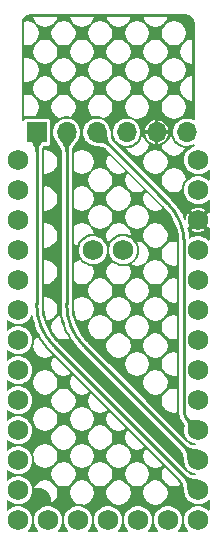
<source format=gbr>
%TF.GenerationSoftware,KiCad,Pcbnew,(6.0.1)*%
%TF.CreationDate,2022-02-07T23:01:22+01:00*%
%TF.ProjectId,pluto,706c7574-6f2e-46b6-9963-61645f706362,1.0*%
%TF.SameCoordinates,Original*%
%TF.FileFunction,Copper,L2,Bot*%
%TF.FilePolarity,Positive*%
%FSLAX46Y46*%
G04 Gerber Fmt 4.6, Leading zero omitted, Abs format (unit mm)*
G04 Created by KiCad (PCBNEW (6.0.1)) date 2022-02-07 23:01:22*
%MOMM*%
%LPD*%
G01*
G04 APERTURE LIST*
%TA.AperFunction,ComponentPad*%
%ADD10C,1.752600*%
%TD*%
%TA.AperFunction,ComponentPad*%
%ADD11R,1.700000X1.700000*%
%TD*%
%TA.AperFunction,ComponentPad*%
%ADD12O,1.700000X1.700000*%
%TD*%
%TA.AperFunction,ViaPad*%
%ADD13C,0.800000*%
%TD*%
%TA.AperFunction,Conductor*%
%ADD14C,0.250000*%
%TD*%
G04 APERTURE END LIST*
D10*
%TO.P,J1,1,D6*%
%TO.N,unconnected-(J1-Pad1)*%
X139280000Y-100250000D03*
%TO.P,J1,2,D3*%
%TO.N,unconnected-(J1-Pad2)*%
X139280000Y-102790000D03*
%TO.P,J1,3,D2*%
%TO.N,unconnected-(J1-Pad3)*%
X139280000Y-105330000D03*
%TO.P,J1,4,GND*%
%TO.N,unconnected-(J1-Pad4)*%
X139280000Y-107870000D03*
%TO.P,J1,5,GND*%
%TO.N,unconnected-(J1-Pad5)*%
X139280000Y-110410000D03*
%TO.P,J1,6,D1*%
%TO.N,unconnected-(J1-Pad6)*%
X139280000Y-112950000D03*
%TO.P,J1,7,D0*%
%TO.N,unconnected-(J1-Pad7)*%
X139280000Y-115490000D03*
%TO.P,J1,8,D4*%
%TO.N,unconnected-(J1-Pad8)*%
X139280000Y-118030000D03*
%TO.P,J1,9,C6*%
%TO.N,unconnected-(J1-Pad9)*%
X139280000Y-120570000D03*
%TO.P,J1,10,D7*%
%TO.N,unconnected-(J1-Pad10)*%
X139280000Y-123110000D03*
%TO.P,J1,11,E6*%
%TO.N,unconnected-(J1-Pad11)*%
X139280000Y-125650000D03*
%TO.P,J1,12,B4*%
%TO.N,unconnected-(J1-Pad12)*%
X139280000Y-128190000D03*
%TO.P,J1,13,B5*%
%TO.N,unconnected-(J1-Pad13)*%
X139280000Y-130730000D03*
%TO.P,J1,14,B7*%
%TO.N,unconnected-(J1-Pad14)*%
X141820000Y-130730000D03*
%TO.P,J1,15,D5*%
%TO.N,unconnected-(J1-Pad15)*%
X144360000Y-130730000D03*
%TO.P,J1,16,C7*%
%TO.N,unconnected-(J1-Pad16)*%
X146900000Y-130730000D03*
%TO.P,J1,17,F1*%
%TO.N,unconnected-(J1-Pad17)*%
X149440000Y-130730000D03*
%TO.P,J1,18,F0*%
%TO.N,unconnected-(J1-Pad18)*%
X151980000Y-130730000D03*
%TO.P,J1,19,B6*%
%TO.N,unconnected-(J1-Pad19)*%
X154520000Y-130730000D03*
%TO.P,J1,20,B2*%
%TO.N,MOSI*%
X154520000Y-128190000D03*
%TO.P,J1,21,B3*%
%TO.N,MISO*%
X154520000Y-125650000D03*
%TO.P,J1,22,B1*%
%TO.N,SCK*%
X154520000Y-123110000D03*
%TO.P,J1,23,F7*%
%TO.N,unconnected-(J1-Pad23)*%
X154520000Y-120570000D03*
%TO.P,J1,24,F6*%
%TO.N,unconnected-(J1-Pad24)*%
X154520000Y-118030000D03*
%TO.P,J1,25,F5*%
%TO.N,unconnected-(J1-Pad25)*%
X154520000Y-115490000D03*
%TO.P,J1,26,F4*%
%TO.N,unconnected-(J1-Pad26)*%
X154520000Y-112950000D03*
%TO.P,J1,27,VCC*%
%TO.N,unconnected-(J1-Pad27)*%
X154520000Y-110410000D03*
%TO.P,J1,28,RST*%
%TO.N,RST*%
X154520000Y-107870000D03*
%TO.P,J1,29,GND*%
%TO.N,GND*%
X154520000Y-105330000D03*
%TO.P,J1,30,B0*%
%TO.N,unconnected-(J1-Pad30)*%
X154520000Y-102790000D03*
%TO.P,J1,31,VBUS*%
%TO.N,+5V*%
X154520000Y-100250000D03*
%TO.P,J1,32,D-*%
%TO.N,unconnected-(J1-Pad32)*%
X148170000Y-107870000D03*
%TO.P,J1,33,D+*%
%TO.N,unconnected-(J1-Pad33)*%
X145630000Y-107870000D03*
%TD*%
D11*
%TO.P,J2,1,Pin_1*%
%TO.N,MOSI*%
X140850000Y-97885000D03*
D12*
%TO.P,J2,2,Pin_2*%
%TO.N,MISO*%
X143390000Y-97885000D03*
%TO.P,J2,3,Pin_3*%
%TO.N,SCK*%
X145930000Y-97885000D03*
%TO.P,J2,4,Pin_4*%
%TO.N,RST*%
X148470000Y-97885000D03*
%TO.P,J2,5,Pin_5*%
%TO.N,GND*%
X151010000Y-97885000D03*
%TO.P,J2,6,Pin_6*%
%TO.N,+5V*%
X153550000Y-97885000D03*
%TD*%
D13*
%TO.N,GND*%
X140970000Y-129120000D03*
%TD*%
D14*
%TO.N,MOSI*%
X140850000Y-97885000D02*
X140850000Y-112448932D01*
X142314466Y-115984466D02*
X154520000Y-128190000D01*
X142314466Y-115984466D02*
G75*
G02*
X140850000Y-112448932I3535532J3535533D01*
G01*
%TO.N,MISO*%
X144854466Y-115984466D02*
X154520000Y-125650000D01*
X143390000Y-97885000D02*
X143390000Y-112448932D01*
X143390000Y-112448932D02*
G75*
G03*
X144854466Y-115984466I4999998J-1D01*
G01*
%TO.N,SCK*%
X153515636Y-122105636D02*
X154520000Y-123110000D01*
X153369189Y-107395257D02*
X153369189Y-121752082D01*
X145930000Y-97885000D02*
X151904723Y-103859723D01*
X151904723Y-103859723D02*
G75*
G02*
X153369189Y-107395257I-3535532J-3535533D01*
G01*
X153515636Y-122105636D02*
G75*
G02*
X153369189Y-121752082I353550J353553D01*
G01*
%TD*%
%TA.AperFunction,Conductor*%
%TO.N,GND*%
G36*
X140493596Y-113381480D02*
G01*
X140510536Y-113415832D01*
X140570336Y-113716467D01*
X140570729Y-113717859D01*
X140570731Y-113717869D01*
X140600512Y-113823463D01*
X140686062Y-114126797D01*
X140711345Y-114195329D01*
X140801157Y-114438776D01*
X140833624Y-114526783D01*
X140834224Y-114528084D01*
X140834225Y-114528087D01*
X140994398Y-114875528D01*
X141012114Y-114913958D01*
X141220431Y-115285935D01*
X141221230Y-115287130D01*
X141221235Y-115287139D01*
X141456489Y-115639221D01*
X141456495Y-115639230D01*
X141457292Y-115640422D01*
X141721234Y-115975231D01*
X141722224Y-115976302D01*
X142001300Y-116278205D01*
X142006122Y-116284081D01*
X142006417Y-116284376D01*
X142009842Y-116289090D01*
X142014556Y-116292515D01*
X142032555Y-116305592D01*
X142041385Y-116313133D01*
X152984269Y-127256017D01*
X152986909Y-127258797D01*
X153096512Y-127380390D01*
X153102280Y-127387658D01*
X153171150Y-127486592D01*
X153176713Y-127495995D01*
X153217474Y-127578195D01*
X153221661Y-127588531D01*
X153246701Y-127666838D01*
X153248962Y-127675805D01*
X153265682Y-127765420D01*
X153266501Y-127770968D01*
X153278713Y-127882930D01*
X153278849Y-127884301D01*
X153290814Y-128016844D01*
X153291303Y-128021804D01*
X153291344Y-128022187D01*
X153291904Y-128027042D01*
X153309968Y-128173244D01*
X153311470Y-128183840D01*
X153311601Y-128184659D01*
X153311655Y-128184961D01*
X153311660Y-128184992D01*
X153312168Y-128187843D01*
X153313454Y-128195065D01*
X153313502Y-128195309D01*
X153313509Y-128195347D01*
X153344843Y-128354963D01*
X153344919Y-128355350D01*
X153347902Y-128368884D01*
X153348159Y-128369934D01*
X153351764Y-128383317D01*
X153351866Y-128383664D01*
X153351874Y-128383692D01*
X153373880Y-128458457D01*
X153374614Y-128461135D01*
X153405947Y-128584507D01*
X153407363Y-128587579D01*
X153407365Y-128587584D01*
X153447044Y-128673654D01*
X153496495Y-128780921D01*
X153621320Y-128957545D01*
X153776243Y-129108464D01*
X153779062Y-129110348D01*
X153779065Y-129110350D01*
X153953252Y-129226738D01*
X153953257Y-129226741D01*
X153956074Y-129228623D01*
X153959194Y-129229963D01*
X153959195Y-129229964D01*
X154151671Y-129312659D01*
X154151675Y-129312660D01*
X154154791Y-129313999D01*
X154261295Y-129338098D01*
X154362423Y-129360981D01*
X154362426Y-129360981D01*
X154365739Y-129361731D01*
X154473796Y-129365976D01*
X154578458Y-129370089D01*
X154578462Y-129370089D01*
X154581853Y-129370222D01*
X154724340Y-129349563D01*
X154792538Y-129339675D01*
X154792539Y-129339675D01*
X154795896Y-129339188D01*
X155000698Y-129269666D01*
X155003650Y-129268013D01*
X155003654Y-129268011D01*
X155186443Y-129165645D01*
X155186446Y-129165643D01*
X155189403Y-129163987D01*
X155192008Y-129161820D01*
X155192013Y-129161817D01*
X155353080Y-129027857D01*
X155355688Y-129025688D01*
X155359104Y-129021581D01*
X155359709Y-129021228D01*
X155360256Y-129020681D01*
X155360400Y-129020825D01*
X155402830Y-128996078D01*
X155452718Y-129004649D01*
X155485425Y-129043282D01*
X155490000Y-129068897D01*
X155490000Y-129854800D01*
X155472687Y-129902366D01*
X155428850Y-129927676D01*
X155379000Y-129918886D01*
X155365769Y-129909140D01*
X155241952Y-129794685D01*
X155241948Y-129794682D01*
X155239460Y-129792382D01*
X155056545Y-129676971D01*
X155053407Y-129675719D01*
X155053401Y-129675716D01*
X154858815Y-129598085D01*
X154858812Y-129598084D01*
X154855661Y-129596827D01*
X154852334Y-129596165D01*
X154852330Y-129596164D01*
X154646860Y-129555293D01*
X154646858Y-129555293D01*
X154643536Y-129554632D01*
X154548358Y-129553386D01*
X154430667Y-129551845D01*
X154430662Y-129551845D01*
X154427274Y-129551801D01*
X154423928Y-129552376D01*
X154423927Y-129552376D01*
X154364049Y-129562665D01*
X154214117Y-129588428D01*
X154011204Y-129663287D01*
X153825331Y-129773870D01*
X153822787Y-129776101D01*
X153822783Y-129776104D01*
X153733048Y-129854800D01*
X153662722Y-129916474D01*
X153528824Y-130086323D01*
X153428120Y-130277729D01*
X153363984Y-130484281D01*
X153338563Y-130699063D01*
X153352708Y-130914881D01*
X153405947Y-131124507D01*
X153407363Y-131127579D01*
X153407365Y-131127584D01*
X153447044Y-131213654D01*
X153496495Y-131320921D01*
X153621320Y-131497545D01*
X153693500Y-131567859D01*
X153698771Y-131572994D01*
X153720763Y-131618586D01*
X153708303Y-131667647D01*
X153667222Y-131697222D01*
X153647135Y-131700000D01*
X152858897Y-131700000D01*
X152811331Y-131682687D01*
X152786021Y-131638850D01*
X152794811Y-131589000D01*
X152811581Y-131569104D01*
X152813078Y-131567859D01*
X152813080Y-131567857D01*
X152815688Y-131565688D01*
X152829518Y-131549059D01*
X152951817Y-131402013D01*
X152951820Y-131402008D01*
X152953987Y-131399403D01*
X153059666Y-131210698D01*
X153129188Y-131005896D01*
X153142384Y-130914881D01*
X153159909Y-130794015D01*
X153159910Y-130794007D01*
X153160222Y-130791853D01*
X153161842Y-130730000D01*
X153142052Y-130514626D01*
X153141133Y-130511368D01*
X153141132Y-130511362D01*
X153084266Y-130309731D01*
X153084265Y-130309729D01*
X153083345Y-130306466D01*
X152987686Y-130112489D01*
X152970390Y-130089326D01*
X152860312Y-129941914D01*
X152860311Y-129941913D01*
X152858280Y-129939193D01*
X152855789Y-129936890D01*
X152855786Y-129936887D01*
X152701952Y-129794685D01*
X152701948Y-129794682D01*
X152699460Y-129792382D01*
X152516545Y-129676971D01*
X152513407Y-129675719D01*
X152513401Y-129675716D01*
X152318815Y-129598085D01*
X152318812Y-129598084D01*
X152315661Y-129596827D01*
X152312334Y-129596165D01*
X152312330Y-129596164D01*
X152106860Y-129555293D01*
X152106858Y-129555293D01*
X152103536Y-129554632D01*
X152008358Y-129553386D01*
X151890667Y-129551845D01*
X151890662Y-129551845D01*
X151887274Y-129551801D01*
X151883928Y-129552376D01*
X151883927Y-129552376D01*
X151824049Y-129562665D01*
X151674117Y-129588428D01*
X151471204Y-129663287D01*
X151285331Y-129773870D01*
X151282787Y-129776101D01*
X151282783Y-129776104D01*
X151193048Y-129854800D01*
X151122722Y-129916474D01*
X150988824Y-130086323D01*
X150888120Y-130277729D01*
X150823984Y-130484281D01*
X150798563Y-130699063D01*
X150812708Y-130914881D01*
X150865947Y-131124507D01*
X150867363Y-131127579D01*
X150867365Y-131127584D01*
X150907044Y-131213654D01*
X150956495Y-131320921D01*
X151081320Y-131497545D01*
X151153500Y-131567859D01*
X151158771Y-131572994D01*
X151180763Y-131618586D01*
X151168303Y-131667647D01*
X151127222Y-131697222D01*
X151107135Y-131700000D01*
X150318897Y-131700000D01*
X150271331Y-131682687D01*
X150246021Y-131638850D01*
X150254811Y-131589000D01*
X150271581Y-131569104D01*
X150273078Y-131567859D01*
X150273080Y-131567857D01*
X150275688Y-131565688D01*
X150289518Y-131549059D01*
X150411817Y-131402013D01*
X150411820Y-131402008D01*
X150413987Y-131399403D01*
X150519666Y-131210698D01*
X150589188Y-131005896D01*
X150602384Y-130914881D01*
X150619909Y-130794015D01*
X150619910Y-130794007D01*
X150620222Y-130791853D01*
X150621842Y-130730000D01*
X150602052Y-130514626D01*
X150601133Y-130511368D01*
X150601132Y-130511362D01*
X150544266Y-130309731D01*
X150544265Y-130309729D01*
X150543345Y-130306466D01*
X150447686Y-130112489D01*
X150430390Y-130089326D01*
X150320312Y-129941914D01*
X150320311Y-129941913D01*
X150318280Y-129939193D01*
X150315789Y-129936890D01*
X150315786Y-129936887D01*
X150161952Y-129794685D01*
X150161948Y-129794682D01*
X150159460Y-129792382D01*
X149976545Y-129676971D01*
X149973407Y-129675719D01*
X149973401Y-129675716D01*
X149778815Y-129598085D01*
X149778812Y-129598084D01*
X149775661Y-129596827D01*
X149772334Y-129596165D01*
X149772330Y-129596164D01*
X149566860Y-129555293D01*
X149566858Y-129555293D01*
X149563536Y-129554632D01*
X149468358Y-129553386D01*
X149350667Y-129551845D01*
X149350662Y-129551845D01*
X149347274Y-129551801D01*
X149343928Y-129552376D01*
X149343927Y-129552376D01*
X149284049Y-129562665D01*
X149134117Y-129588428D01*
X148931204Y-129663287D01*
X148745331Y-129773870D01*
X148742787Y-129776101D01*
X148742783Y-129776104D01*
X148653048Y-129854800D01*
X148582722Y-129916474D01*
X148448824Y-130086323D01*
X148348120Y-130277729D01*
X148283984Y-130484281D01*
X148258563Y-130699063D01*
X148272708Y-130914881D01*
X148325947Y-131124507D01*
X148327363Y-131127579D01*
X148327365Y-131127584D01*
X148367044Y-131213654D01*
X148416495Y-131320921D01*
X148541320Y-131497545D01*
X148613500Y-131567859D01*
X148618771Y-131572994D01*
X148640763Y-131618586D01*
X148628303Y-131667647D01*
X148587222Y-131697222D01*
X148567135Y-131700000D01*
X147778897Y-131700000D01*
X147731331Y-131682687D01*
X147706021Y-131638850D01*
X147714811Y-131589000D01*
X147731581Y-131569104D01*
X147733078Y-131567859D01*
X147733080Y-131567857D01*
X147735688Y-131565688D01*
X147749518Y-131549059D01*
X147871817Y-131402013D01*
X147871820Y-131402008D01*
X147873987Y-131399403D01*
X147979666Y-131210698D01*
X148049188Y-131005896D01*
X148062384Y-130914881D01*
X148079909Y-130794015D01*
X148079910Y-130794007D01*
X148080222Y-130791853D01*
X148081842Y-130730000D01*
X148062052Y-130514626D01*
X148061133Y-130511368D01*
X148061132Y-130511362D01*
X148004266Y-130309731D01*
X148004265Y-130309729D01*
X148003345Y-130306466D01*
X147907686Y-130112489D01*
X147890390Y-130089326D01*
X147780312Y-129941914D01*
X147780311Y-129941913D01*
X147778280Y-129939193D01*
X147775789Y-129936890D01*
X147775786Y-129936887D01*
X147621952Y-129794685D01*
X147621948Y-129794682D01*
X147619460Y-129792382D01*
X147436545Y-129676971D01*
X147433407Y-129675719D01*
X147433401Y-129675716D01*
X147238815Y-129598085D01*
X147238812Y-129598084D01*
X147235661Y-129596827D01*
X147232334Y-129596165D01*
X147232330Y-129596164D01*
X147026860Y-129555293D01*
X147026858Y-129555293D01*
X147023536Y-129554632D01*
X146928358Y-129553386D01*
X146810667Y-129551845D01*
X146810662Y-129551845D01*
X146807274Y-129551801D01*
X146803928Y-129552376D01*
X146803927Y-129552376D01*
X146744049Y-129562665D01*
X146594117Y-129588428D01*
X146391204Y-129663287D01*
X146205331Y-129773870D01*
X146202787Y-129776101D01*
X146202783Y-129776104D01*
X146113048Y-129854800D01*
X146042722Y-129916474D01*
X145908824Y-130086323D01*
X145808120Y-130277729D01*
X145743984Y-130484281D01*
X145718563Y-130699063D01*
X145732708Y-130914881D01*
X145785947Y-131124507D01*
X145787363Y-131127579D01*
X145787365Y-131127584D01*
X145827044Y-131213654D01*
X145876495Y-131320921D01*
X146001320Y-131497545D01*
X146073500Y-131567859D01*
X146078771Y-131572994D01*
X146100763Y-131618586D01*
X146088303Y-131667647D01*
X146047222Y-131697222D01*
X146027135Y-131700000D01*
X145238897Y-131700000D01*
X145191331Y-131682687D01*
X145166021Y-131638850D01*
X145174811Y-131589000D01*
X145191581Y-131569104D01*
X145193078Y-131567859D01*
X145193080Y-131567857D01*
X145195688Y-131565688D01*
X145209518Y-131549059D01*
X145331817Y-131402013D01*
X145331820Y-131402008D01*
X145333987Y-131399403D01*
X145439666Y-131210698D01*
X145509188Y-131005896D01*
X145522384Y-130914881D01*
X145539909Y-130794015D01*
X145539910Y-130794007D01*
X145540222Y-130791853D01*
X145541842Y-130730000D01*
X145522052Y-130514626D01*
X145521133Y-130511368D01*
X145521132Y-130511362D01*
X145464266Y-130309731D01*
X145464265Y-130309729D01*
X145463345Y-130306466D01*
X145367686Y-130112489D01*
X145350390Y-130089326D01*
X145240312Y-129941914D01*
X145240311Y-129941913D01*
X145238280Y-129939193D01*
X145235789Y-129936890D01*
X145235786Y-129936887D01*
X145081952Y-129794685D01*
X145081948Y-129794682D01*
X145079460Y-129792382D01*
X144896545Y-129676971D01*
X144893407Y-129675719D01*
X144893401Y-129675716D01*
X144698815Y-129598085D01*
X144698812Y-129598084D01*
X144695661Y-129596827D01*
X144692334Y-129596165D01*
X144692330Y-129596164D01*
X144486860Y-129555293D01*
X144486858Y-129555293D01*
X144483536Y-129554632D01*
X144388358Y-129553386D01*
X144270667Y-129551845D01*
X144270662Y-129551845D01*
X144267274Y-129551801D01*
X144263928Y-129552376D01*
X144263927Y-129552376D01*
X144204049Y-129562665D01*
X144054117Y-129588428D01*
X143851204Y-129663287D01*
X143665331Y-129773870D01*
X143662787Y-129776101D01*
X143662783Y-129776104D01*
X143573048Y-129854800D01*
X143502722Y-129916474D01*
X143368824Y-130086323D01*
X143268120Y-130277729D01*
X143203984Y-130484281D01*
X143178563Y-130699063D01*
X143192708Y-130914881D01*
X143245947Y-131124507D01*
X143247363Y-131127579D01*
X143247365Y-131127584D01*
X143287044Y-131213654D01*
X143336495Y-131320921D01*
X143461320Y-131497545D01*
X143533500Y-131567859D01*
X143538771Y-131572994D01*
X143560763Y-131618586D01*
X143548303Y-131667647D01*
X143507222Y-131697222D01*
X143487135Y-131700000D01*
X142698897Y-131700000D01*
X142651331Y-131682687D01*
X142626021Y-131638850D01*
X142634811Y-131589000D01*
X142651581Y-131569104D01*
X142653078Y-131567859D01*
X142653080Y-131567857D01*
X142655688Y-131565688D01*
X142669518Y-131549059D01*
X142791817Y-131402013D01*
X142791820Y-131402008D01*
X142793987Y-131399403D01*
X142899666Y-131210698D01*
X142969188Y-131005896D01*
X142982384Y-130914881D01*
X142999909Y-130794015D01*
X142999910Y-130794007D01*
X143000222Y-130791853D01*
X143001842Y-130730000D01*
X142982052Y-130514626D01*
X142981133Y-130511368D01*
X142981132Y-130511362D01*
X142924266Y-130309731D01*
X142924265Y-130309729D01*
X142923345Y-130306466D01*
X142827686Y-130112489D01*
X142810390Y-130089326D01*
X142700312Y-129941914D01*
X142700311Y-129941913D01*
X142698280Y-129939193D01*
X142695789Y-129936890D01*
X142695786Y-129936887D01*
X142541952Y-129794685D01*
X142541948Y-129794682D01*
X142539460Y-129792382D01*
X142356545Y-129676971D01*
X142353407Y-129675719D01*
X142353401Y-129675716D01*
X142158815Y-129598085D01*
X142158812Y-129598084D01*
X142155661Y-129596827D01*
X142152334Y-129596165D01*
X142152330Y-129596164D01*
X141946860Y-129555293D01*
X141946858Y-129555293D01*
X141943536Y-129554632D01*
X141848358Y-129553386D01*
X141730667Y-129551845D01*
X141730662Y-129551845D01*
X141727274Y-129551801D01*
X141723928Y-129552376D01*
X141723927Y-129552376D01*
X141664049Y-129562665D01*
X141514117Y-129588428D01*
X141311204Y-129663287D01*
X141125331Y-129773870D01*
X141122787Y-129776101D01*
X141122783Y-129776104D01*
X141033048Y-129854800D01*
X140962722Y-129916474D01*
X140828824Y-130086323D01*
X140728120Y-130277729D01*
X140663984Y-130484281D01*
X140638563Y-130699063D01*
X140652708Y-130914881D01*
X140705947Y-131124507D01*
X140707363Y-131127579D01*
X140707365Y-131127584D01*
X140747044Y-131213654D01*
X140796495Y-131320921D01*
X140921320Y-131497545D01*
X140993500Y-131567859D01*
X140998771Y-131572994D01*
X141020763Y-131618586D01*
X141008303Y-131667647D01*
X140967222Y-131697222D01*
X140947135Y-131700000D01*
X140158897Y-131700000D01*
X140111331Y-131682687D01*
X140086021Y-131638850D01*
X140094811Y-131589000D01*
X140111581Y-131569104D01*
X140113078Y-131567859D01*
X140113080Y-131567857D01*
X140115688Y-131565688D01*
X140129518Y-131549059D01*
X140251817Y-131402013D01*
X140251820Y-131402008D01*
X140253987Y-131399403D01*
X140359666Y-131210698D01*
X140429188Y-131005896D01*
X140442384Y-130914881D01*
X140459909Y-130794015D01*
X140459910Y-130794007D01*
X140460222Y-130791853D01*
X140461842Y-130730000D01*
X140442052Y-130514626D01*
X140441133Y-130511368D01*
X140441132Y-130511362D01*
X140384266Y-130309731D01*
X140384265Y-130309729D01*
X140383345Y-130306466D01*
X140287686Y-130112489D01*
X140270390Y-130089326D01*
X140160312Y-129941914D01*
X140160311Y-129941913D01*
X140158280Y-129939193D01*
X140155789Y-129936890D01*
X140155786Y-129936887D01*
X140001952Y-129794685D01*
X140001948Y-129794682D01*
X139999460Y-129792382D01*
X139816545Y-129676971D01*
X139813407Y-129675719D01*
X139813401Y-129675716D01*
X139618815Y-129598085D01*
X139618812Y-129598084D01*
X139615661Y-129596827D01*
X139612334Y-129596165D01*
X139612330Y-129596164D01*
X139406860Y-129555293D01*
X139406858Y-129555293D01*
X139403536Y-129554632D01*
X139308358Y-129553386D01*
X139190667Y-129551845D01*
X139190662Y-129551845D01*
X139187274Y-129551801D01*
X139183928Y-129552376D01*
X139183927Y-129552376D01*
X139124049Y-129562665D01*
X138974117Y-129588428D01*
X138771204Y-129663287D01*
X138585331Y-129773870D01*
X138582787Y-129776101D01*
X138582783Y-129776104D01*
X138432792Y-129907643D01*
X138385614Y-129925989D01*
X138337682Y-129909718D01*
X138311422Y-129866444D01*
X138310000Y-129852007D01*
X138310000Y-129063463D01*
X138327313Y-129015897D01*
X138371150Y-128990587D01*
X138421000Y-128999377D01*
X138435635Y-129010456D01*
X138536243Y-129108464D01*
X138539062Y-129110348D01*
X138539065Y-129110350D01*
X138713252Y-129226738D01*
X138713257Y-129226741D01*
X138716074Y-129228623D01*
X138719194Y-129229963D01*
X138719195Y-129229964D01*
X138911671Y-129312659D01*
X138911675Y-129312660D01*
X138914791Y-129313999D01*
X139021295Y-129338098D01*
X139122423Y-129360981D01*
X139122426Y-129360981D01*
X139125739Y-129361731D01*
X139233796Y-129365976D01*
X139338458Y-129370089D01*
X139338462Y-129370089D01*
X139341853Y-129370222D01*
X139484340Y-129349563D01*
X139552538Y-129339675D01*
X139552539Y-129339675D01*
X139555896Y-129339188D01*
X139760698Y-129269666D01*
X139763650Y-129268013D01*
X139763654Y-129268011D01*
X139946443Y-129165645D01*
X139946446Y-129165643D01*
X139949403Y-129163987D01*
X139952008Y-129161820D01*
X139952013Y-129161817D01*
X140113080Y-129027857D01*
X140115688Y-129025688D01*
X140140315Y-128996078D01*
X140251817Y-128862013D01*
X140251820Y-128862008D01*
X140253987Y-128859403D01*
X140307954Y-128763038D01*
X140358011Y-128673654D01*
X140358013Y-128673650D01*
X140359666Y-128670698D01*
X140429188Y-128465896D01*
X140430267Y-128458457D01*
X140459909Y-128254015D01*
X140459910Y-128254007D01*
X140460222Y-128251853D01*
X140461842Y-128190000D01*
X140460303Y-128173244D01*
X140451204Y-128074232D01*
X140445150Y-128008343D01*
X140643985Y-128008343D01*
X140646950Y-128040619D01*
X140750909Y-128010022D01*
X140765095Y-128007316D01*
X140970677Y-127988607D01*
X140985119Y-127988707D01*
X141190420Y-128010285D01*
X141204567Y-128013189D01*
X141401767Y-128074232D01*
X141415081Y-128079829D01*
X141596668Y-128178013D01*
X141608641Y-128186089D01*
X141767699Y-128317673D01*
X141777876Y-128327921D01*
X141908347Y-128487894D01*
X141916339Y-128499923D01*
X142013253Y-128682192D01*
X142018757Y-128695545D01*
X142078422Y-128893166D01*
X142081227Y-128907333D01*
X142101371Y-129112779D01*
X142101717Y-129121032D01*
X142101305Y-129150565D01*
X142100728Y-129158808D01*
X142087717Y-129261798D01*
X142232704Y-129164921D01*
X142328463Y-129069162D01*
X142533009Y-128763038D01*
X142603386Y-128409227D01*
X143653423Y-128409227D01*
X143723800Y-128763038D01*
X143928346Y-129069161D01*
X144024106Y-129164921D01*
X144307545Y-129354310D01*
X144486128Y-129356648D01*
X144489520Y-129356771D01*
X144494094Y-129357041D01*
X144497471Y-129357318D01*
X144510939Y-129358734D01*
X144514304Y-129359166D01*
X144518831Y-129359853D01*
X144522165Y-129360437D01*
X144734290Y-129402632D01*
X144737595Y-129403368D01*
X144742041Y-129404466D01*
X144745316Y-129405355D01*
X144758300Y-129409201D01*
X144761521Y-129410236D01*
X144765848Y-129411736D01*
X144769030Y-129412922D01*
X144785784Y-129419606D01*
X145037850Y-129369467D01*
X145343973Y-129164921D01*
X145439733Y-129069161D01*
X145644279Y-128763038D01*
X145714656Y-128409227D01*
X146764693Y-128409227D01*
X146835070Y-128763038D01*
X147039616Y-129069161D01*
X147135376Y-129164921D01*
X147441499Y-129369467D01*
X147795309Y-129439844D01*
X148149119Y-129369467D01*
X148455243Y-129164921D01*
X148551003Y-129069161D01*
X148755549Y-128763038D01*
X148825926Y-128409227D01*
X149875963Y-128409227D01*
X149946340Y-128763038D01*
X150150886Y-129069162D01*
X150246645Y-129164921D01*
X150552769Y-129369467D01*
X150906579Y-129439844D01*
X151260389Y-129369467D01*
X151566513Y-129164921D01*
X151662273Y-129069161D01*
X151866819Y-128763038D01*
X151937196Y-128409227D01*
X151866819Y-128055417D01*
X151662273Y-127749294D01*
X151566513Y-127653534D01*
X151260389Y-127448988D01*
X150906579Y-127378611D01*
X150552769Y-127448988D01*
X150246645Y-127653534D01*
X150150886Y-127749293D01*
X149946340Y-128055417D01*
X149875963Y-128409227D01*
X148825926Y-128409227D01*
X148755549Y-128055417D01*
X148551003Y-127749294D01*
X148455243Y-127653534D01*
X148149119Y-127448988D01*
X147795309Y-127378611D01*
X147441499Y-127448988D01*
X147135376Y-127653534D01*
X147039616Y-127749294D01*
X146835070Y-128055417D01*
X146764693Y-128409227D01*
X145714656Y-128409227D01*
X145644279Y-128055417D01*
X145439733Y-127749294D01*
X145343973Y-127653534D01*
X145037850Y-127448988D01*
X144684040Y-127378611D01*
X144330229Y-127448988D01*
X144024106Y-127653534D01*
X143928346Y-127749294D01*
X143723800Y-128055417D01*
X143653423Y-128409227D01*
X142603386Y-128409227D01*
X142533009Y-128055417D01*
X142328463Y-127749293D01*
X142232704Y-127653534D01*
X141926580Y-127448988D01*
X141572770Y-127378611D01*
X141218960Y-127448988D01*
X140912836Y-127653534D01*
X140817076Y-127749294D01*
X140643985Y-128008343D01*
X140445150Y-128008343D01*
X140442052Y-127974626D01*
X140441133Y-127971368D01*
X140441132Y-127971362D01*
X140384266Y-127769731D01*
X140384265Y-127769729D01*
X140383345Y-127766466D01*
X140287686Y-127572489D01*
X140248089Y-127519461D01*
X140160312Y-127401914D01*
X140160311Y-127401913D01*
X140158280Y-127399193D01*
X140155789Y-127396890D01*
X140155786Y-127396887D01*
X140001952Y-127254685D01*
X140001948Y-127254682D01*
X139999460Y-127252382D01*
X139816545Y-127136971D01*
X139813407Y-127135719D01*
X139813401Y-127135716D01*
X139618815Y-127058085D01*
X139618812Y-127058084D01*
X139615661Y-127056827D01*
X139612334Y-127056165D01*
X139612330Y-127056164D01*
X139406860Y-127015293D01*
X139406858Y-127015293D01*
X139403536Y-127014632D01*
X139308358Y-127013386D01*
X139190667Y-127011845D01*
X139190662Y-127011845D01*
X139187274Y-127011801D01*
X139183928Y-127012376D01*
X139183927Y-127012376D01*
X139149580Y-127018278D01*
X138974117Y-127048428D01*
X138771204Y-127123287D01*
X138585331Y-127233870D01*
X138582787Y-127236101D01*
X138582783Y-127236104D01*
X138432792Y-127367643D01*
X138385614Y-127385989D01*
X138337682Y-127369718D01*
X138311422Y-127326444D01*
X138310000Y-127312007D01*
X138310000Y-126853593D01*
X142097788Y-126853593D01*
X142168165Y-127207403D01*
X142372711Y-127513526D01*
X142468471Y-127609286D01*
X142774595Y-127813832D01*
X143128405Y-127884209D01*
X143482215Y-127813832D01*
X143788338Y-127609286D01*
X143884098Y-127513526D01*
X144088644Y-127207403D01*
X144159021Y-126853593D01*
X145209058Y-126853593D01*
X145279435Y-127207403D01*
X145483981Y-127513526D01*
X145579741Y-127609286D01*
X145885864Y-127813832D01*
X146239674Y-127884209D01*
X146593485Y-127813832D01*
X146899608Y-127609286D01*
X146995368Y-127513526D01*
X147199914Y-127207403D01*
X147270291Y-126853593D01*
X148320328Y-126853593D01*
X148390705Y-127207403D01*
X148595251Y-127513526D01*
X148691011Y-127609286D01*
X148997134Y-127813832D01*
X149350944Y-127884209D01*
X149704754Y-127813832D01*
X150010878Y-127609286D01*
X150106638Y-127513526D01*
X150311184Y-127207403D01*
X150381561Y-126853593D01*
X151431598Y-126853593D01*
X151501975Y-127207403D01*
X151706521Y-127513527D01*
X151802280Y-127609286D01*
X152108404Y-127813832D01*
X152462214Y-127884209D01*
X152816024Y-127813832D01*
X153038331Y-127665291D01*
X153035924Y-127657763D01*
X153003402Y-127592178D01*
X152944230Y-127507178D01*
X152841986Y-127393748D01*
X151680636Y-126232398D01*
X151501975Y-126499782D01*
X151431598Y-126853593D01*
X150381561Y-126853593D01*
X150311184Y-126499782D01*
X150106638Y-126193659D01*
X150010878Y-126097899D01*
X149704754Y-125893353D01*
X149350944Y-125822976D01*
X148997134Y-125893353D01*
X148691011Y-126097899D01*
X148595251Y-126193659D01*
X148390705Y-126499782D01*
X148320328Y-126853593D01*
X147270291Y-126853593D01*
X147199914Y-126499782D01*
X146995368Y-126193659D01*
X146899608Y-126097899D01*
X146593485Y-125893353D01*
X146239674Y-125822976D01*
X145885864Y-125893353D01*
X145579741Y-126097899D01*
X145483981Y-126193659D01*
X145279435Y-126499782D01*
X145209058Y-126853593D01*
X144159021Y-126853593D01*
X144088644Y-126499782D01*
X143884098Y-126193659D01*
X143788338Y-126097899D01*
X143482215Y-125893353D01*
X143128405Y-125822976D01*
X142774595Y-125893353D01*
X142468471Y-126097899D01*
X142372711Y-126193659D01*
X142168165Y-126499782D01*
X142097788Y-126853593D01*
X138310000Y-126853593D01*
X138310000Y-126523463D01*
X138327313Y-126475897D01*
X138371150Y-126450587D01*
X138421000Y-126459377D01*
X138435635Y-126470456D01*
X138536243Y-126568464D01*
X138539062Y-126570348D01*
X138539065Y-126570350D01*
X138713252Y-126686738D01*
X138713257Y-126686741D01*
X138716074Y-126688623D01*
X138719194Y-126689963D01*
X138719195Y-126689964D01*
X138911671Y-126772659D01*
X138911675Y-126772660D01*
X138914791Y-126773999D01*
X139021295Y-126798098D01*
X139122423Y-126820981D01*
X139122426Y-126820981D01*
X139125739Y-126821731D01*
X139233796Y-126825976D01*
X139338458Y-126830089D01*
X139338462Y-126830089D01*
X139341853Y-126830222D01*
X139484340Y-126809563D01*
X139552538Y-126799675D01*
X139552539Y-126799675D01*
X139555896Y-126799188D01*
X139760698Y-126729666D01*
X139763650Y-126728013D01*
X139763654Y-126728011D01*
X139946443Y-126625645D01*
X139946446Y-126625643D01*
X139949403Y-126623987D01*
X139952008Y-126621820D01*
X139952013Y-126621817D01*
X140113080Y-126487857D01*
X140115688Y-126485688D01*
X140140315Y-126456078D01*
X140251817Y-126322013D01*
X140251820Y-126322008D01*
X140253987Y-126319403D01*
X140302712Y-126232398D01*
X140358011Y-126133654D01*
X140358013Y-126133650D01*
X140359666Y-126130698D01*
X140429188Y-125925896D01*
X140430267Y-125918457D01*
X140459909Y-125714015D01*
X140459910Y-125714007D01*
X140460222Y-125711853D01*
X140461842Y-125650000D01*
X140460303Y-125633244D01*
X140446387Y-125481804D01*
X140442052Y-125434626D01*
X140441133Y-125431368D01*
X140441132Y-125431362D01*
X140384266Y-125229731D01*
X140384265Y-125229729D01*
X140383345Y-125226466D01*
X140350574Y-125160014D01*
X140569592Y-125160014D01*
X140570331Y-125161940D01*
X140571473Y-125165132D01*
X140572917Y-125169479D01*
X140573912Y-125172720D01*
X140632619Y-125380880D01*
X140633464Y-125384162D01*
X140634504Y-125388622D01*
X140635198Y-125391941D01*
X140637666Y-125405257D01*
X140638208Y-125408613D01*
X140638835Y-125413150D01*
X140639222Y-125416509D01*
X140659012Y-125631883D01*
X140659179Y-125634055D01*
X140659362Y-125636994D01*
X140659465Y-125639172D01*
X140659750Y-125647880D01*
X140659790Y-125650050D01*
X140659800Y-125652995D01*
X140659775Y-125655183D01*
X140658155Y-125717036D01*
X140658065Y-125719216D01*
X140658029Y-125719861D01*
X140817076Y-125957891D01*
X140912836Y-126053651D01*
X141218960Y-126258197D01*
X141572770Y-126328574D01*
X141926580Y-126258197D01*
X142232704Y-126053651D01*
X142328463Y-125957892D01*
X142533009Y-125651768D01*
X142603386Y-125297958D01*
X143653423Y-125297958D01*
X143723800Y-125651768D01*
X143928346Y-125957891D01*
X144024106Y-126053651D01*
X144330229Y-126258197D01*
X144684040Y-126328574D01*
X145037850Y-126258197D01*
X145343973Y-126053651D01*
X145439733Y-125957891D01*
X145644279Y-125651768D01*
X145714656Y-125297958D01*
X146764693Y-125297958D01*
X146835070Y-125651768D01*
X147039616Y-125957891D01*
X147135376Y-126053651D01*
X147441499Y-126258197D01*
X147795309Y-126328574D01*
X148149119Y-126258197D01*
X148455243Y-126053651D01*
X148551003Y-125957891D01*
X148755549Y-125651768D01*
X148825926Y-125297958D01*
X149875963Y-125297958D01*
X149946340Y-125651768D01*
X150150886Y-125957892D01*
X150246645Y-126053651D01*
X150552769Y-126258197D01*
X150906579Y-126328574D01*
X151260389Y-126258197D01*
X151527774Y-126079536D01*
X150125001Y-124676763D01*
X149946340Y-124944148D01*
X149875963Y-125297958D01*
X148825926Y-125297958D01*
X148755549Y-124944148D01*
X148551003Y-124638024D01*
X148455243Y-124542264D01*
X148149119Y-124337718D01*
X147795309Y-124267341D01*
X147441499Y-124337718D01*
X147135376Y-124542264D01*
X147039616Y-124638024D01*
X146835070Y-124944148D01*
X146764693Y-125297958D01*
X145714656Y-125297958D01*
X145644279Y-124944148D01*
X145439733Y-124638024D01*
X145343973Y-124542264D01*
X145037850Y-124337718D01*
X144684040Y-124267341D01*
X144330229Y-124337718D01*
X144024106Y-124542264D01*
X143928346Y-124638024D01*
X143723800Y-124944148D01*
X143653423Y-125297958D01*
X142603386Y-125297958D01*
X142533009Y-124944148D01*
X142328463Y-124638023D01*
X142232704Y-124542264D01*
X141926580Y-124337718D01*
X141572770Y-124267341D01*
X141218960Y-124337718D01*
X140912836Y-124542264D01*
X140817076Y-124638024D01*
X140612530Y-124944148D01*
X140569592Y-125160014D01*
X140350574Y-125160014D01*
X140287686Y-125032489D01*
X140248089Y-124979461D01*
X140160312Y-124861914D01*
X140160311Y-124861913D01*
X140158280Y-124859193D01*
X140155789Y-124856890D01*
X140155786Y-124856887D01*
X140001952Y-124714685D01*
X140001948Y-124714682D01*
X139999460Y-124712382D01*
X139967375Y-124692138D01*
X139819406Y-124598776D01*
X139819405Y-124598775D01*
X139816545Y-124596971D01*
X139813407Y-124595719D01*
X139813401Y-124595716D01*
X139618815Y-124518085D01*
X139618812Y-124518084D01*
X139615661Y-124516827D01*
X139612334Y-124516165D01*
X139612330Y-124516164D01*
X139406860Y-124475293D01*
X139406858Y-124475293D01*
X139403536Y-124474632D01*
X139308358Y-124473386D01*
X139190667Y-124471845D01*
X139190662Y-124471845D01*
X139187274Y-124471801D01*
X139183928Y-124472376D01*
X139183927Y-124472376D01*
X139149580Y-124478278D01*
X138974117Y-124508428D01*
X138771204Y-124583287D01*
X138585331Y-124693870D01*
X138582787Y-124696101D01*
X138582783Y-124696104D01*
X138432792Y-124827643D01*
X138385614Y-124845989D01*
X138337682Y-124829718D01*
X138311422Y-124786444D01*
X138310000Y-124772007D01*
X138310000Y-123983463D01*
X138327313Y-123935897D01*
X138371150Y-123910587D01*
X138421000Y-123919377D01*
X138435635Y-123930456D01*
X138536243Y-124028464D01*
X138539062Y-124030348D01*
X138539065Y-124030350D01*
X138713252Y-124146738D01*
X138713257Y-124146741D01*
X138716074Y-124148623D01*
X138719194Y-124149963D01*
X138719195Y-124149964D01*
X138911671Y-124232659D01*
X138911675Y-124232660D01*
X138914791Y-124233999D01*
X139021295Y-124258098D01*
X139122423Y-124280981D01*
X139122426Y-124280981D01*
X139125739Y-124281731D01*
X139233796Y-124285976D01*
X139338458Y-124290089D01*
X139338462Y-124290089D01*
X139341853Y-124290222D01*
X139484340Y-124269563D01*
X139552538Y-124259675D01*
X139552539Y-124259675D01*
X139555896Y-124259188D01*
X139760698Y-124189666D01*
X139763650Y-124188013D01*
X139763654Y-124188011D01*
X139946443Y-124085645D01*
X139946446Y-124085643D01*
X139949403Y-124083987D01*
X139952008Y-124081820D01*
X139952013Y-124081817D01*
X140113080Y-123947857D01*
X140115688Y-123945688D01*
X140140315Y-123916078D01*
X140251817Y-123782013D01*
X140251820Y-123782008D01*
X140253987Y-123779403D01*
X140274753Y-123742323D01*
X142097788Y-123742323D01*
X142168165Y-124096133D01*
X142372711Y-124402256D01*
X142468471Y-124498016D01*
X142774595Y-124702562D01*
X143128405Y-124772939D01*
X143482215Y-124702562D01*
X143788338Y-124498016D01*
X143884098Y-124402256D01*
X144088644Y-124096133D01*
X144159021Y-123742323D01*
X145209058Y-123742323D01*
X145279435Y-124096133D01*
X145483981Y-124402256D01*
X145579741Y-124498016D01*
X145885864Y-124702562D01*
X146239674Y-124772939D01*
X146593485Y-124702562D01*
X146899608Y-124498016D01*
X146995368Y-124402256D01*
X147199914Y-124096133D01*
X147270291Y-123742323D01*
X148320328Y-123742323D01*
X148390705Y-124096133D01*
X148595251Y-124402256D01*
X148691011Y-124498016D01*
X148997134Y-124702562D01*
X149350944Y-124772939D01*
X149704754Y-124702562D01*
X149972139Y-124523901D01*
X148569366Y-123121128D01*
X148390705Y-123388513D01*
X148320328Y-123742323D01*
X147270291Y-123742323D01*
X147199914Y-123388513D01*
X146995368Y-123082389D01*
X146899608Y-122986629D01*
X146593485Y-122782083D01*
X146239674Y-122711706D01*
X145885864Y-122782083D01*
X145579741Y-122986629D01*
X145483981Y-123082389D01*
X145279435Y-123388513D01*
X145209058Y-123742323D01*
X144159021Y-123742323D01*
X144088644Y-123388513D01*
X143884098Y-123082389D01*
X143788338Y-122986629D01*
X143482215Y-122782083D01*
X143128405Y-122711706D01*
X142774595Y-122782083D01*
X142468471Y-122986629D01*
X142372711Y-123082389D01*
X142168165Y-123388513D01*
X142097788Y-123742323D01*
X140274753Y-123742323D01*
X140359666Y-123590698D01*
X140429188Y-123385896D01*
X140442384Y-123294881D01*
X140459909Y-123174015D01*
X140459910Y-123174007D01*
X140460222Y-123171853D01*
X140461842Y-123110000D01*
X140442052Y-122894626D01*
X140441133Y-122891368D01*
X140441132Y-122891362D01*
X140384266Y-122689731D01*
X140384265Y-122689729D01*
X140383345Y-122686466D01*
X140287686Y-122492489D01*
X140276723Y-122477807D01*
X140160312Y-122321914D01*
X140160311Y-122321913D01*
X140158280Y-122319193D01*
X140155789Y-122316890D01*
X140155786Y-122316887D01*
X140014937Y-122186688D01*
X140542153Y-122186688D01*
X140612530Y-122540498D01*
X140817076Y-122846622D01*
X140912835Y-122942381D01*
X141218960Y-123146927D01*
X141572770Y-123217304D01*
X141926580Y-123146927D01*
X142232705Y-122942381D01*
X142328463Y-122846623D01*
X142533009Y-122540498D01*
X142603386Y-122186688D01*
X143653423Y-122186688D01*
X143723800Y-122540498D01*
X143928346Y-122846622D01*
X144024105Y-122942381D01*
X144330229Y-123146927D01*
X144684040Y-123217304D01*
X145037850Y-123146927D01*
X145343974Y-122942381D01*
X145439733Y-122846622D01*
X145644279Y-122540498D01*
X145714656Y-122186688D01*
X146764693Y-122186688D01*
X146835070Y-122540498D01*
X147039616Y-122846622D01*
X147135375Y-122942381D01*
X147441499Y-123146927D01*
X147795309Y-123217304D01*
X148149119Y-123146927D01*
X148416504Y-122968266D01*
X147013731Y-121565493D01*
X146835070Y-121832878D01*
X146764693Y-122186688D01*
X145714656Y-122186688D01*
X145644279Y-121832878D01*
X145439733Y-121526754D01*
X145343973Y-121430994D01*
X145037850Y-121226448D01*
X144684040Y-121156071D01*
X144330229Y-121226448D01*
X144024106Y-121430994D01*
X143928346Y-121526754D01*
X143723800Y-121832878D01*
X143653423Y-122186688D01*
X142603386Y-122186688D01*
X142533009Y-121832878D01*
X142328463Y-121526753D01*
X142232704Y-121430994D01*
X141926580Y-121226448D01*
X141572770Y-121156071D01*
X141218960Y-121226448D01*
X140912836Y-121430994D01*
X140817076Y-121526754D01*
X140612530Y-121832878D01*
X140542153Y-122186688D01*
X140014937Y-122186688D01*
X140001952Y-122174685D01*
X140001948Y-122174682D01*
X139999460Y-122172382D01*
X139816545Y-122056971D01*
X139813407Y-122055719D01*
X139813401Y-122055716D01*
X139618815Y-121978085D01*
X139618812Y-121978084D01*
X139615661Y-121976827D01*
X139612334Y-121976165D01*
X139612330Y-121976164D01*
X139406860Y-121935293D01*
X139406858Y-121935293D01*
X139403536Y-121934632D01*
X139308358Y-121933386D01*
X139190667Y-121931845D01*
X139190662Y-121931845D01*
X139187274Y-121931801D01*
X139183928Y-121932376D01*
X139183927Y-121932376D01*
X139137609Y-121940335D01*
X138974117Y-121968428D01*
X138771204Y-122043287D01*
X138585331Y-122153870D01*
X138582787Y-122156101D01*
X138582783Y-122156104D01*
X138432792Y-122287643D01*
X138385614Y-122305989D01*
X138337682Y-122289718D01*
X138311422Y-122246444D01*
X138310000Y-122232007D01*
X138310000Y-121443463D01*
X138327313Y-121395897D01*
X138371150Y-121370587D01*
X138421000Y-121379377D01*
X138435635Y-121390456D01*
X138536243Y-121488464D01*
X138539062Y-121490348D01*
X138539065Y-121490350D01*
X138713252Y-121606738D01*
X138713257Y-121606741D01*
X138716074Y-121608623D01*
X138719194Y-121609963D01*
X138719195Y-121609964D01*
X138911671Y-121692659D01*
X138911675Y-121692660D01*
X138914791Y-121693999D01*
X139021295Y-121718098D01*
X139122423Y-121740981D01*
X139122426Y-121740981D01*
X139125739Y-121741731D01*
X139233796Y-121745977D01*
X139338458Y-121750089D01*
X139338462Y-121750089D01*
X139341853Y-121750222D01*
X139484340Y-121729563D01*
X139552538Y-121719675D01*
X139552539Y-121719675D01*
X139555896Y-121719188D01*
X139760698Y-121649666D01*
X139763650Y-121648013D01*
X139763654Y-121648011D01*
X139946443Y-121545645D01*
X139946446Y-121545643D01*
X139949403Y-121543987D01*
X139952008Y-121541820D01*
X139952013Y-121541817D01*
X140113080Y-121407857D01*
X140115688Y-121405688D01*
X140140315Y-121376078D01*
X140251817Y-121242013D01*
X140251820Y-121242008D01*
X140253987Y-121239403D01*
X140359666Y-121050698D01*
X140429188Y-120845896D01*
X140460222Y-120631853D01*
X140460243Y-120631053D01*
X142097788Y-120631053D01*
X142168165Y-120984863D01*
X142372711Y-121290987D01*
X142468470Y-121386746D01*
X142774595Y-121591292D01*
X143128405Y-121661669D01*
X143482215Y-121591292D01*
X143788339Y-121386746D01*
X143884098Y-121290987D01*
X144088644Y-120984863D01*
X144159021Y-120631053D01*
X145209058Y-120631053D01*
X145279435Y-120984863D01*
X145483981Y-121290987D01*
X145579740Y-121386746D01*
X145885864Y-121591292D01*
X146239674Y-121661669D01*
X146593485Y-121591292D01*
X146860869Y-121412631D01*
X145458096Y-120009858D01*
X145279435Y-120277243D01*
X145209058Y-120631053D01*
X144159021Y-120631053D01*
X144088644Y-120277243D01*
X143884098Y-119971119D01*
X143788338Y-119875359D01*
X143482215Y-119670813D01*
X143128405Y-119600437D01*
X142774595Y-119670813D01*
X142468471Y-119875359D01*
X142372711Y-119971119D01*
X142168165Y-120277243D01*
X142097788Y-120631053D01*
X140460243Y-120631053D01*
X140461842Y-120570000D01*
X140442052Y-120354626D01*
X140441133Y-120351368D01*
X140441132Y-120351362D01*
X140384266Y-120149731D01*
X140384265Y-120149729D01*
X140383345Y-120146466D01*
X140287686Y-119952489D01*
X140248089Y-119899461D01*
X140160312Y-119781914D01*
X140160311Y-119781913D01*
X140158280Y-119779193D01*
X140155789Y-119776890D01*
X140155786Y-119776887D01*
X140001952Y-119634685D01*
X140001948Y-119634682D01*
X139999460Y-119632382D01*
X139893562Y-119565565D01*
X139819406Y-119518776D01*
X139819405Y-119518775D01*
X139816545Y-119516971D01*
X139813407Y-119515719D01*
X139813401Y-119515716D01*
X139618815Y-119438085D01*
X139618812Y-119438084D01*
X139615661Y-119436827D01*
X139612334Y-119436165D01*
X139612330Y-119436164D01*
X139406860Y-119395293D01*
X139406858Y-119395293D01*
X139403536Y-119394632D01*
X139308358Y-119393386D01*
X139190667Y-119391845D01*
X139190662Y-119391845D01*
X139187274Y-119391801D01*
X139183928Y-119392376D01*
X139183927Y-119392376D01*
X139124049Y-119402665D01*
X138974117Y-119428428D01*
X138771204Y-119503287D01*
X138585331Y-119613870D01*
X138582787Y-119616101D01*
X138582783Y-119616104D01*
X138432792Y-119747643D01*
X138385614Y-119765989D01*
X138337682Y-119749718D01*
X138311422Y-119706444D01*
X138310000Y-119692007D01*
X138310000Y-118903463D01*
X138327313Y-118855897D01*
X138371150Y-118830587D01*
X138421000Y-118839377D01*
X138435635Y-118850456D01*
X138536243Y-118948464D01*
X138539062Y-118950348D01*
X138539065Y-118950350D01*
X138713252Y-119066738D01*
X138713257Y-119066741D01*
X138716074Y-119068623D01*
X138719194Y-119069963D01*
X138719195Y-119069964D01*
X138911671Y-119152659D01*
X138911675Y-119152660D01*
X138914791Y-119153999D01*
X139021295Y-119178098D01*
X139122423Y-119200981D01*
X139122426Y-119200981D01*
X139125739Y-119201731D01*
X139233796Y-119205977D01*
X139338458Y-119210089D01*
X139338462Y-119210089D01*
X139341853Y-119210222D01*
X139484340Y-119189563D01*
X139552538Y-119179675D01*
X139552539Y-119179675D01*
X139555896Y-119179188D01*
X139760698Y-119109666D01*
X139763650Y-119108013D01*
X139763654Y-119108011D01*
X139821853Y-119075418D01*
X140542153Y-119075418D01*
X140612530Y-119429228D01*
X140817076Y-119735352D01*
X140912836Y-119831112D01*
X141218960Y-120035658D01*
X141572770Y-120106034D01*
X141926580Y-120035658D01*
X142232704Y-119831112D01*
X142328463Y-119735353D01*
X142533009Y-119429228D01*
X142603386Y-119075418D01*
X143653423Y-119075418D01*
X143723800Y-119429228D01*
X143928346Y-119735352D01*
X144024106Y-119831112D01*
X144330229Y-120035658D01*
X144684040Y-120106034D01*
X145037850Y-120035658D01*
X145305234Y-119856996D01*
X143902461Y-118454223D01*
X143723800Y-118721608D01*
X143653423Y-119075418D01*
X142603386Y-119075418D01*
X142533009Y-118721608D01*
X142328463Y-118415483D01*
X142232704Y-118319724D01*
X141926580Y-118115178D01*
X141572770Y-118044802D01*
X141218960Y-118115178D01*
X140912836Y-118319724D01*
X140817076Y-118415484D01*
X140612530Y-118721608D01*
X140542153Y-119075418D01*
X139821853Y-119075418D01*
X139946443Y-119005645D01*
X139946446Y-119005643D01*
X139949403Y-119003987D01*
X139952008Y-119001820D01*
X139952013Y-119001817D01*
X140113080Y-118867857D01*
X140115688Y-118865688D01*
X140140315Y-118836078D01*
X140251817Y-118702013D01*
X140251820Y-118702008D01*
X140253987Y-118699403D01*
X140359666Y-118510698D01*
X140429188Y-118305896D01*
X140429846Y-118301361D01*
X140459909Y-118094015D01*
X140459910Y-118094007D01*
X140460222Y-118091853D01*
X140461842Y-118030000D01*
X140442052Y-117814626D01*
X140441133Y-117811368D01*
X140441132Y-117811362D01*
X140384266Y-117609731D01*
X140384265Y-117609729D01*
X140383345Y-117606466D01*
X140340598Y-117519783D01*
X142097788Y-117519783D01*
X142168165Y-117873593D01*
X142372711Y-118179717D01*
X142468471Y-118275477D01*
X142774595Y-118480023D01*
X143128405Y-118550399D01*
X143482215Y-118480023D01*
X143749599Y-118301361D01*
X142346826Y-116898588D01*
X142168165Y-117165973D01*
X142097788Y-117519783D01*
X140340598Y-117519783D01*
X140287686Y-117412489D01*
X140248089Y-117359461D01*
X140160312Y-117241914D01*
X140160311Y-117241913D01*
X140158280Y-117239193D01*
X140155789Y-117236890D01*
X140155786Y-117236887D01*
X140001952Y-117094685D01*
X140001948Y-117094682D01*
X139999460Y-117092382D01*
X139893562Y-117025565D01*
X139819406Y-116978776D01*
X139819405Y-116978775D01*
X139816545Y-116976971D01*
X139813407Y-116975719D01*
X139813401Y-116975716D01*
X139618815Y-116898085D01*
X139618812Y-116898084D01*
X139615661Y-116896827D01*
X139612334Y-116896165D01*
X139612330Y-116896164D01*
X139406860Y-116855293D01*
X139406858Y-116855293D01*
X139403536Y-116854632D01*
X139308358Y-116853386D01*
X139190667Y-116851845D01*
X139190662Y-116851845D01*
X139187274Y-116851801D01*
X139183928Y-116852376D01*
X139183927Y-116852376D01*
X139140443Y-116859848D01*
X138974117Y-116888428D01*
X138771204Y-116963287D01*
X138585331Y-117073870D01*
X138582787Y-117076101D01*
X138582783Y-117076104D01*
X138432792Y-117207643D01*
X138385614Y-117225989D01*
X138337682Y-117209718D01*
X138311422Y-117166444D01*
X138310000Y-117152007D01*
X138310000Y-116363463D01*
X138327313Y-116315897D01*
X138371150Y-116290587D01*
X138421000Y-116299377D01*
X138435635Y-116310456D01*
X138536243Y-116408464D01*
X138539062Y-116410348D01*
X138539065Y-116410350D01*
X138713252Y-116526738D01*
X138713257Y-116526741D01*
X138716074Y-116528623D01*
X138719194Y-116529963D01*
X138719195Y-116529964D01*
X138911671Y-116612659D01*
X138911675Y-116612660D01*
X138914791Y-116613999D01*
X139021295Y-116638098D01*
X139122423Y-116660981D01*
X139122426Y-116660981D01*
X139125739Y-116661731D01*
X139233796Y-116665977D01*
X139338458Y-116670089D01*
X139338462Y-116670089D01*
X139341853Y-116670222D01*
X139484340Y-116649563D01*
X139552538Y-116639675D01*
X139552539Y-116639675D01*
X139555896Y-116639188D01*
X139760698Y-116569666D01*
X139763650Y-116568013D01*
X139763654Y-116568011D01*
X139946443Y-116465645D01*
X139946446Y-116465643D01*
X139949403Y-116463987D01*
X139952008Y-116461820D01*
X139952013Y-116461817D01*
X140113080Y-116327857D01*
X140115688Y-116325688D01*
X140143278Y-116292515D01*
X140251817Y-116162013D01*
X140251820Y-116162008D01*
X140253987Y-116159403D01*
X140255645Y-116156443D01*
X140333341Y-116017706D01*
X140552806Y-116017706D01*
X140612530Y-116317958D01*
X140817076Y-116624082D01*
X140912836Y-116719842D01*
X141218960Y-116924388D01*
X141572770Y-116994764D01*
X141926580Y-116924388D01*
X142193965Y-116745727D01*
X141908278Y-116460040D01*
X141893461Y-116449275D01*
X141888895Y-116445675D01*
X141882929Y-116440579D01*
X141878665Y-116436638D01*
X141862295Y-116420268D01*
X141858353Y-116416003D01*
X141853258Y-116410038D01*
X141851684Y-116408042D01*
X141575838Y-116109633D01*
X141574874Y-116108570D01*
X141573568Y-116107101D01*
X141572600Y-116105990D01*
X141568827Y-116101572D01*
X141567893Y-116100457D01*
X141566649Y-116098941D01*
X141565742Y-116097812D01*
X141301800Y-115763003D01*
X141300908Y-115761849D01*
X141299725Y-115760286D01*
X141298866Y-115759127D01*
X141295450Y-115754426D01*
X141294601Y-115753233D01*
X141293477Y-115751620D01*
X141292661Y-115750425D01*
X141055800Y-115395938D01*
X141055002Y-115394718D01*
X141053944Y-115393065D01*
X141053177Y-115391840D01*
X141050141Y-115386886D01*
X141049402Y-115385653D01*
X141048408Y-115383958D01*
X141047676Y-115382682D01*
X140939956Y-115190334D01*
X140912835Y-115208455D01*
X140817076Y-115304214D01*
X140658563Y-115541444D01*
X140658155Y-115557035D01*
X140658065Y-115559216D01*
X140657901Y-115562159D01*
X140657748Y-115564336D01*
X140657007Y-115573017D01*
X140656791Y-115575177D01*
X140656455Y-115578099D01*
X140656173Y-115580263D01*
X140625139Y-115794306D01*
X140624575Y-115797653D01*
X140623711Y-115802149D01*
X140622997Y-115805456D01*
X140619836Y-115818625D01*
X140618967Y-115821910D01*
X140617694Y-115826312D01*
X140616680Y-115829542D01*
X140552806Y-116017706D01*
X140333341Y-116017706D01*
X140358011Y-115973654D01*
X140358013Y-115973650D01*
X140359666Y-115970698D01*
X140429188Y-115765896D01*
X140429775Y-115761849D01*
X140459909Y-115554015D01*
X140459910Y-115554007D01*
X140460222Y-115551853D01*
X140461842Y-115490000D01*
X140442052Y-115274626D01*
X140441133Y-115271368D01*
X140441132Y-115271362D01*
X140384266Y-115069731D01*
X140384265Y-115069729D01*
X140383345Y-115066466D01*
X140287686Y-114872489D01*
X140248089Y-114819461D01*
X140160312Y-114701914D01*
X140160311Y-114701913D01*
X140158280Y-114699193D01*
X140155789Y-114696890D01*
X140155786Y-114696887D01*
X140001952Y-114554685D01*
X140001948Y-114554682D01*
X139999460Y-114552382D01*
X139893562Y-114485565D01*
X139819406Y-114438776D01*
X139819405Y-114438775D01*
X139816545Y-114436971D01*
X139813407Y-114435719D01*
X139813401Y-114435716D01*
X139618815Y-114358085D01*
X139618812Y-114358084D01*
X139615661Y-114356827D01*
X139612334Y-114356165D01*
X139612330Y-114356164D01*
X139406860Y-114315293D01*
X139406858Y-114315293D01*
X139403536Y-114314632D01*
X139308358Y-114313386D01*
X139190667Y-114311845D01*
X139190662Y-114311845D01*
X139187274Y-114311801D01*
X139183928Y-114312376D01*
X139183927Y-114312376D01*
X139124049Y-114322665D01*
X138974117Y-114348428D01*
X138771204Y-114423287D01*
X138585331Y-114533870D01*
X138582787Y-114536101D01*
X138582783Y-114536104D01*
X138432792Y-114667643D01*
X138385614Y-114685989D01*
X138337682Y-114669718D01*
X138311422Y-114626444D01*
X138310000Y-114612007D01*
X138310000Y-113823463D01*
X138327313Y-113775897D01*
X138371150Y-113750587D01*
X138421000Y-113759377D01*
X138435635Y-113770456D01*
X138536243Y-113868464D01*
X138539062Y-113870348D01*
X138539065Y-113870350D01*
X138713252Y-113986738D01*
X138713257Y-113986741D01*
X138716074Y-113988623D01*
X138719194Y-113989963D01*
X138719195Y-113989964D01*
X138911671Y-114072659D01*
X138911675Y-114072660D01*
X138914791Y-114073999D01*
X139021295Y-114098098D01*
X139122423Y-114120981D01*
X139122426Y-114120981D01*
X139125739Y-114121731D01*
X139233796Y-114125976D01*
X139338458Y-114130089D01*
X139338462Y-114130089D01*
X139341853Y-114130222D01*
X139484340Y-114109563D01*
X139552538Y-114099675D01*
X139552539Y-114099675D01*
X139555896Y-114099188D01*
X139760698Y-114029666D01*
X139763650Y-114028013D01*
X139763654Y-114028011D01*
X139946443Y-113925645D01*
X139946446Y-113925643D01*
X139949403Y-113923987D01*
X139952008Y-113921820D01*
X139952013Y-113921817D01*
X140113080Y-113787857D01*
X140115688Y-113785688D01*
X140138362Y-113758426D01*
X140251817Y-113622013D01*
X140251820Y-113622008D01*
X140253987Y-113619403D01*
X140260053Y-113608572D01*
X140358011Y-113433654D01*
X140358013Y-113433650D01*
X140359666Y-113430698D01*
X140360755Y-113427489D01*
X140360758Y-113427483D01*
X140367887Y-113406483D01*
X140399571Y-113367007D01*
X140449217Y-113357132D01*
X140493596Y-113381480D01*
G37*
%TD.AperFunction*%
%TA.AperFunction,Conductor*%
G36*
X153500126Y-87921123D02*
G01*
X153519999Y-87924627D01*
X153526839Y-87923421D01*
X153546941Y-87922653D01*
X153565791Y-87924510D01*
X153649309Y-87932736D01*
X153663536Y-87935566D01*
X153780904Y-87971169D01*
X153794306Y-87976721D01*
X153902470Y-88034536D01*
X153914532Y-88042595D01*
X154009340Y-88120401D01*
X154019598Y-88130659D01*
X154097404Y-88225467D01*
X154105463Y-88237529D01*
X154163278Y-88345693D01*
X154168830Y-88359095D01*
X154204433Y-88476463D01*
X154207263Y-88490690D01*
X154217346Y-88593057D01*
X154216578Y-88613160D01*
X154215372Y-88620000D01*
X154216496Y-88626374D01*
X154218876Y-88639872D01*
X154220000Y-88652722D01*
X154220000Y-96813085D01*
X154202687Y-96860651D01*
X154158850Y-96885961D01*
X154106513Y-96875669D01*
X154077421Y-96857313D01*
X154077413Y-96857309D01*
X154074554Y-96855505D01*
X154071412Y-96854251D01*
X154071409Y-96854250D01*
X153881314Y-96778410D01*
X153881311Y-96778409D01*
X153878160Y-96777152D01*
X153690734Y-96739871D01*
X153674099Y-96736562D01*
X153674097Y-96736562D01*
X153670775Y-96735901D01*
X153577571Y-96734681D01*
X153462739Y-96733177D01*
X153462734Y-96733177D01*
X153459346Y-96733133D01*
X153456000Y-96733708D01*
X153455999Y-96733708D01*
X153398864Y-96743526D01*
X153250953Y-96768941D01*
X153052575Y-96842127D01*
X152870856Y-96950238D01*
X152868312Y-96952469D01*
X152868308Y-96952472D01*
X152781282Y-97028792D01*
X152711881Y-97089655D01*
X152709784Y-97092314D01*
X152709783Y-97092316D01*
X152692226Y-97114588D01*
X152580976Y-97255708D01*
X152482523Y-97442836D01*
X152481517Y-97446075D01*
X152481516Y-97446078D01*
X152465117Y-97498891D01*
X152419820Y-97644773D01*
X152394967Y-97854754D01*
X152408796Y-98065749D01*
X152409632Y-98069040D01*
X152409632Y-98069041D01*
X152419194Y-98106689D01*
X152460845Y-98270690D01*
X152462261Y-98273762D01*
X152462263Y-98273767D01*
X152544292Y-98451702D01*
X152549369Y-98462714D01*
X152582706Y-98509885D01*
X152669446Y-98632620D01*
X152669450Y-98632624D01*
X152671405Y-98635391D01*
X152673830Y-98637753D01*
X152673834Y-98637758D01*
X152700160Y-98663403D01*
X152822865Y-98782937D01*
X152825683Y-98784820D01*
X152825688Y-98784824D01*
X152958260Y-98873405D01*
X152998677Y-98900411D01*
X153001791Y-98901749D01*
X153001793Y-98901750D01*
X153188817Y-98982101D01*
X153192953Y-98983878D01*
X153399186Y-99030544D01*
X153504828Y-99034695D01*
X153607075Y-99038713D01*
X153607079Y-99038713D01*
X153610470Y-99038846D01*
X153694017Y-99026732D01*
X153816368Y-99008992D01*
X153816373Y-99008991D01*
X153819730Y-99008504D01*
X154019955Y-98940537D01*
X154102326Y-98894407D01*
X154109842Y-98890198D01*
X154159803Y-98882062D01*
X154203305Y-98907943D01*
X154220000Y-98954763D01*
X154220000Y-99032898D01*
X154222213Y-99038979D01*
X154222482Y-99040504D01*
X154213691Y-99090354D01*
X154175219Y-99122778D01*
X154116000Y-99144626D01*
X154011204Y-99183287D01*
X154008291Y-99185020D01*
X153993883Y-99193592D01*
X153825331Y-99293870D01*
X153822787Y-99296101D01*
X153822783Y-99296104D01*
X153729140Y-99378227D01*
X153662722Y-99436474D01*
X153528824Y-99606323D01*
X153428120Y-99797729D01*
X153363984Y-100004281D01*
X153338563Y-100219063D01*
X153352708Y-100434881D01*
X153405947Y-100644507D01*
X153407363Y-100647579D01*
X153407365Y-100647584D01*
X153459932Y-100761609D01*
X153496495Y-100840921D01*
X153621320Y-101017545D01*
X153776243Y-101168464D01*
X153779062Y-101170348D01*
X153779065Y-101170350D01*
X153953252Y-101286738D01*
X153953257Y-101286741D01*
X153956074Y-101288623D01*
X153959194Y-101289963D01*
X153959195Y-101289964D01*
X154151671Y-101372659D01*
X154151675Y-101372660D01*
X154154791Y-101373999D01*
X154261295Y-101398098D01*
X154362423Y-101420981D01*
X154362426Y-101420981D01*
X154365739Y-101421731D01*
X154473796Y-101425976D01*
X154578458Y-101430089D01*
X154578462Y-101430089D01*
X154581853Y-101430222D01*
X154724340Y-101409563D01*
X154792538Y-101399675D01*
X154792539Y-101399675D01*
X154795896Y-101399188D01*
X155000698Y-101329666D01*
X155003650Y-101328013D01*
X155003654Y-101328011D01*
X155186443Y-101225645D01*
X155186446Y-101225643D01*
X155189403Y-101223987D01*
X155192008Y-101221820D01*
X155192013Y-101221817D01*
X155353080Y-101087857D01*
X155355688Y-101085688D01*
X155359104Y-101081581D01*
X155359709Y-101081228D01*
X155360256Y-101080681D01*
X155360400Y-101080825D01*
X155402830Y-101056078D01*
X155452718Y-101064649D01*
X155485425Y-101103282D01*
X155490000Y-101128897D01*
X155490000Y-101914800D01*
X155472687Y-101962366D01*
X155428850Y-101987676D01*
X155379000Y-101978886D01*
X155365769Y-101969140D01*
X155241952Y-101854685D01*
X155241948Y-101854682D01*
X155239460Y-101852382D01*
X155056545Y-101736971D01*
X155053407Y-101735719D01*
X155053401Y-101735716D01*
X154858815Y-101658085D01*
X154858812Y-101658084D01*
X154855661Y-101656827D01*
X154852334Y-101656165D01*
X154852330Y-101656164D01*
X154646860Y-101615293D01*
X154646858Y-101615293D01*
X154643536Y-101614632D01*
X154548358Y-101613386D01*
X154430667Y-101611845D01*
X154430662Y-101611845D01*
X154427274Y-101611801D01*
X154423928Y-101612376D01*
X154423927Y-101612376D01*
X154364049Y-101622665D01*
X154214117Y-101648428D01*
X154011204Y-101723287D01*
X153825331Y-101833870D01*
X153822787Y-101836101D01*
X153822783Y-101836104D01*
X153733048Y-101914800D01*
X153662722Y-101976474D01*
X153528824Y-102146323D01*
X153428120Y-102337729D01*
X153363984Y-102544281D01*
X153338563Y-102759063D01*
X153352708Y-102974881D01*
X153405947Y-103184507D01*
X153407363Y-103187579D01*
X153407365Y-103187584D01*
X153469677Y-103322748D01*
X153496495Y-103380921D01*
X153498447Y-103383683D01*
X153602600Y-103531056D01*
X153621320Y-103557545D01*
X153776243Y-103708464D01*
X153779062Y-103710348D01*
X153779065Y-103710350D01*
X153953252Y-103826738D01*
X153953257Y-103826741D01*
X153956074Y-103828623D01*
X153959194Y-103829963D01*
X153959195Y-103829964D01*
X154151671Y-103912659D01*
X154151675Y-103912660D01*
X154154791Y-103913999D01*
X154261295Y-103938098D01*
X154362423Y-103960981D01*
X154362426Y-103960981D01*
X154365739Y-103961731D01*
X154473796Y-103965976D01*
X154578458Y-103970089D01*
X154578462Y-103970089D01*
X154581853Y-103970222D01*
X154724340Y-103949563D01*
X154792538Y-103939675D01*
X154792539Y-103939675D01*
X154795896Y-103939188D01*
X155000698Y-103869666D01*
X155003650Y-103868013D01*
X155003654Y-103868011D01*
X155186443Y-103765645D01*
X155186446Y-103765643D01*
X155189403Y-103763987D01*
X155192008Y-103761820D01*
X155192013Y-103761817D01*
X155353080Y-103627857D01*
X155355688Y-103625688D01*
X155359104Y-103621581D01*
X155359709Y-103621228D01*
X155360256Y-103620681D01*
X155360400Y-103620825D01*
X155402830Y-103596078D01*
X155452718Y-103604649D01*
X155485425Y-103643282D01*
X155490000Y-103668897D01*
X155490000Y-104687635D01*
X155472687Y-104735201D01*
X155428850Y-104760511D01*
X155379000Y-104751721D01*
X155358655Y-104734406D01*
X155353007Y-104727481D01*
X155343872Y-104722036D01*
X155339366Y-104722766D01*
X154741358Y-105320774D01*
X154736863Y-105330413D01*
X154738444Y-105336312D01*
X155336740Y-105934608D01*
X155346379Y-105939103D01*
X155351155Y-105937823D01*
X155359984Y-105927595D01*
X155404171Y-105902902D01*
X155453893Y-105912388D01*
X155485884Y-105951616D01*
X155490000Y-105975950D01*
X155490000Y-106994800D01*
X155472687Y-107042366D01*
X155428850Y-107067676D01*
X155379000Y-107058886D01*
X155365769Y-107049140D01*
X155241952Y-106934685D01*
X155241948Y-106934682D01*
X155239460Y-106932382D01*
X155137367Y-106867966D01*
X155059406Y-106818776D01*
X155059405Y-106818775D01*
X155056545Y-106816971D01*
X155053407Y-106815719D01*
X155053401Y-106815716D01*
X154858815Y-106738085D01*
X154858812Y-106738084D01*
X154855661Y-106736827D01*
X154852334Y-106736165D01*
X154852330Y-106736164D01*
X154646860Y-106695293D01*
X154646858Y-106695293D01*
X154643536Y-106694632D01*
X154548358Y-106693386D01*
X154430667Y-106691845D01*
X154430662Y-106691845D01*
X154427274Y-106691801D01*
X154423928Y-106692376D01*
X154423927Y-106692376D01*
X154364049Y-106702665D01*
X154214117Y-106728428D01*
X154011204Y-106803287D01*
X154008291Y-106805020D01*
X153876785Y-106883258D01*
X153827054Y-106892700D01*
X153782889Y-106867966D01*
X153765462Y-106828360D01*
X153764114Y-106816971D01*
X153732027Y-106545867D01*
X153654483Y-106156025D01*
X153911251Y-106156025D01*
X153912506Y-106160706D01*
X153928685Y-106174476D01*
X153934605Y-106178590D01*
X154103975Y-106273249D01*
X154110576Y-106276132D01*
X154295105Y-106336089D01*
X154302150Y-106337638D01*
X154494803Y-106360611D01*
X154502015Y-106360762D01*
X154695466Y-106345877D01*
X154702565Y-106344625D01*
X154889450Y-106292446D01*
X154896158Y-106289844D01*
X155069346Y-106202361D01*
X155075434Y-106198497D01*
X155121813Y-106162262D01*
X155127450Y-106153240D01*
X155126852Y-106148984D01*
X154529226Y-105551358D01*
X154519587Y-105546863D01*
X154513688Y-105548444D01*
X153915746Y-106146386D01*
X153911251Y-106156025D01*
X153654483Y-106156025D01*
X153648853Y-106127722D01*
X153622125Y-106032953D01*
X153625876Y-105982474D01*
X153661198Y-105946216D01*
X153682537Y-105939661D01*
X153700922Y-105936946D01*
X154298642Y-105339226D01*
X154303137Y-105329587D01*
X154301556Y-105323688D01*
X153703933Y-104726065D01*
X153694294Y-104721570D01*
X153689705Y-104722800D01*
X153671413Y-104744599D01*
X153667347Y-104750537D01*
X153573869Y-104920573D01*
X153571033Y-104927190D01*
X153512363Y-105112141D01*
X153510867Y-105119180D01*
X153498056Y-105233393D01*
X153475549Y-105278733D01*
X153429163Y-105298998D01*
X153380604Y-105284706D01*
X153357314Y-105256125D01*
X153346835Y-105233393D01*
X153273678Y-105074704D01*
X153207683Y-104931549D01*
X153207679Y-104931541D01*
X153207075Y-104930231D01*
X152998758Y-104558254D01*
X152997954Y-104557050D01*
X152964093Y-104506374D01*
X153912243Y-104506374D01*
X153912928Y-104510796D01*
X154510774Y-105108642D01*
X154520413Y-105113137D01*
X154526312Y-105111556D01*
X155123652Y-104514216D01*
X155128147Y-104504577D01*
X155126941Y-104500079D01*
X155099472Y-104477354D01*
X155093487Y-104473317D01*
X154922817Y-104381036D01*
X154916176Y-104378244D01*
X154730820Y-104320867D01*
X154723767Y-104319419D01*
X154530795Y-104299137D01*
X154523596Y-104299087D01*
X154330365Y-104316673D01*
X154323288Y-104318023D01*
X154137152Y-104372805D01*
X154130476Y-104375503D01*
X153958524Y-104465396D01*
X153952498Y-104469340D01*
X153917753Y-104497276D01*
X153912243Y-104506374D01*
X152964093Y-104506374D01*
X152762700Y-104204968D01*
X152762694Y-104204959D01*
X152761897Y-104203767D01*
X152497955Y-103868958D01*
X152258999Y-103610457D01*
X152217889Y-103565984D01*
X152213067Y-103560108D01*
X152212772Y-103559813D01*
X152209347Y-103555099D01*
X152186634Y-103538597D01*
X152177804Y-103531056D01*
X150610182Y-101963434D01*
X151431598Y-101963434D01*
X151501975Y-102317244D01*
X151706521Y-102623369D01*
X151802279Y-102719127D01*
X152108404Y-102923673D01*
X152462214Y-102994050D01*
X152816024Y-102923673D01*
X153122149Y-102719127D01*
X153146829Y-102694447D01*
X153167357Y-102521008D01*
X153167832Y-102517656D01*
X153168578Y-102513136D01*
X153169208Y-102509798D01*
X153172024Y-102496552D01*
X153172804Y-102493256D01*
X153173960Y-102488826D01*
X153174891Y-102485566D01*
X153239027Y-102279014D01*
X153240104Y-102275804D01*
X153241660Y-102271499D01*
X153242886Y-102268337D01*
X153248068Y-102255825D01*
X153249439Y-102252718D01*
X153251385Y-102248569D01*
X153252893Y-102245536D01*
X153353597Y-102054130D01*
X153355244Y-102051166D01*
X153357561Y-102047213D01*
X153359343Y-102044327D01*
X153366719Y-102032970D01*
X153368625Y-102030177D01*
X153371291Y-102026456D01*
X153373332Y-102023742D01*
X153478333Y-101890549D01*
X153422454Y-101609624D01*
X153217908Y-101303500D01*
X153122148Y-101207740D01*
X152816024Y-101003194D01*
X152462214Y-100932818D01*
X152108404Y-101003194D01*
X151802280Y-101207740D01*
X151706521Y-101303499D01*
X151501975Y-101609624D01*
X151431598Y-101963434D01*
X150610182Y-101963434D01*
X149054547Y-100407799D01*
X149875963Y-100407799D01*
X149946340Y-100761609D01*
X150150886Y-101067734D01*
X150246644Y-101163492D01*
X150552769Y-101368038D01*
X150906579Y-101438415D01*
X151260389Y-101368038D01*
X151566514Y-101163492D01*
X151662273Y-101067733D01*
X151866819Y-100761609D01*
X151937196Y-100407799D01*
X151866819Y-100053989D01*
X151662273Y-99747865D01*
X151566513Y-99652105D01*
X151260389Y-99447559D01*
X150906579Y-99377183D01*
X150552769Y-99447559D01*
X150246645Y-99652105D01*
X150150886Y-99747864D01*
X149946340Y-100053989D01*
X149875963Y-100407799D01*
X149054547Y-100407799D01*
X147878943Y-99232195D01*
X148408226Y-99232195D01*
X148595251Y-99512098D01*
X148691011Y-99607858D01*
X148997134Y-99812404D01*
X149350944Y-99882780D01*
X149704754Y-99812404D01*
X150010878Y-99607858D01*
X150106638Y-99512098D01*
X150311184Y-99205974D01*
X150352273Y-98999404D01*
X151460886Y-98999404D01*
X151501975Y-99205974D01*
X151706521Y-99512099D01*
X151802280Y-99607858D01*
X152108404Y-99812404D01*
X152462214Y-99882780D01*
X152816024Y-99812404D01*
X153122148Y-99607858D01*
X153217908Y-99512098D01*
X153407064Y-99229006D01*
X153391413Y-99228391D01*
X153388034Y-99228181D01*
X153383470Y-99227792D01*
X153380093Y-99227426D01*
X153366666Y-99225658D01*
X153363318Y-99225139D01*
X153358810Y-99224334D01*
X153355487Y-99223661D01*
X153149254Y-99176995D01*
X153145977Y-99176175D01*
X153141563Y-99174962D01*
X153138308Y-99173986D01*
X153125429Y-99169802D01*
X153122225Y-99168679D01*
X153117937Y-99167065D01*
X153114794Y-99165800D01*
X152920518Y-99082333D01*
X152917426Y-99080919D01*
X152913304Y-99078919D01*
X152910296Y-99077374D01*
X152898395Y-99070912D01*
X152895455Y-99069227D01*
X152891535Y-99066860D01*
X152888674Y-99065042D01*
X152712862Y-98947568D01*
X152710085Y-98945619D01*
X152706398Y-98942903D01*
X152703717Y-98940832D01*
X152693192Y-98932309D01*
X152690613Y-98930121D01*
X152687189Y-98927079D01*
X152684701Y-98924764D01*
X152533241Y-98777218D01*
X152530860Y-98774789D01*
X152527729Y-98771445D01*
X152525476Y-98768926D01*
X152516682Y-98758629D01*
X152514542Y-98756004D01*
X152511731Y-98752390D01*
X152509711Y-98749666D01*
X152387675Y-98576989D01*
X152385784Y-98574179D01*
X152383316Y-98570324D01*
X152381554Y-98567428D01*
X152374782Y-98555700D01*
X152373153Y-98552724D01*
X152371046Y-98548655D01*
X152369556Y-98545609D01*
X152281032Y-98353585D01*
X152279681Y-98350468D01*
X152277956Y-98346224D01*
X152276754Y-98343060D01*
X152272234Y-98330295D01*
X152271181Y-98327091D01*
X152269851Y-98322710D01*
X152268937Y-98319430D01*
X152216888Y-98114489D01*
X152216127Y-98111174D01*
X152215205Y-98106689D01*
X152214600Y-98103367D01*
X152212481Y-98089991D01*
X152212028Y-98086634D01*
X152211519Y-98082081D01*
X152211219Y-98078699D01*
X152197812Y-97874140D01*
X152126036Y-97888417D01*
X152136214Y-97896142D01*
X152144661Y-97903636D01*
X152155238Y-97914570D01*
X152169628Y-97935864D01*
X152177578Y-97953679D01*
X152182162Y-97967440D01*
X152193377Y-98016801D01*
X152195128Y-98029578D01*
X152195977Y-98046923D01*
X152195482Y-98059815D01*
X152186308Y-98132436D01*
X152185765Y-98136022D01*
X152184916Y-98140833D01*
X152184203Y-98144369D01*
X152181003Y-98158453D01*
X152180118Y-98161952D01*
X152178805Y-98166656D01*
X152177746Y-98170119D01*
X152115844Y-98356203D01*
X152114621Y-98359600D01*
X152112855Y-98364154D01*
X152111464Y-98367496D01*
X152105590Y-98380690D01*
X152104038Y-98383959D01*
X152101835Y-98388320D01*
X152100127Y-98391506D01*
X152003260Y-98562023D01*
X152001396Y-98565124D01*
X151998778Y-98569249D01*
X151996767Y-98572253D01*
X151988442Y-98584054D01*
X151986288Y-98586954D01*
X151983281Y-98590803D01*
X151980985Y-98593599D01*
X151852843Y-98742053D01*
X151850415Y-98744730D01*
X151847046Y-98748268D01*
X151844488Y-98750827D01*
X151834029Y-98760787D01*
X151831341Y-98763223D01*
X151827643Y-98766414D01*
X151824858Y-98768702D01*
X151670321Y-98889440D01*
X151667425Y-98891591D01*
X151663434Y-98894407D01*
X151660424Y-98896422D01*
X151648230Y-98904161D01*
X151645126Y-98906026D01*
X151640878Y-98908439D01*
X151637694Y-98910147D01*
X151462648Y-98998568D01*
X151460886Y-98999404D01*
X150352273Y-98999404D01*
X150371883Y-98900820D01*
X150339929Y-98882961D01*
X150336818Y-98881122D01*
X150332676Y-98878534D01*
X150329656Y-98876543D01*
X150317797Y-98868301D01*
X150314879Y-98866165D01*
X150311008Y-98863184D01*
X150308197Y-98860908D01*
X150158851Y-98733805D01*
X150156155Y-98731394D01*
X150152593Y-98728049D01*
X150150017Y-98725509D01*
X150139985Y-98715120D01*
X150137538Y-98712458D01*
X150134321Y-98708783D01*
X150132008Y-98706007D01*
X150010195Y-98552317D01*
X150008019Y-98549430D01*
X150005176Y-98545459D01*
X150003144Y-98542469D01*
X149995320Y-98530329D01*
X149993437Y-98527244D01*
X149990994Y-98523013D01*
X149989261Y-98519835D01*
X149899619Y-98345411D01*
X149898042Y-98342148D01*
X149896024Y-98337698D01*
X149894614Y-98334375D01*
X149889298Y-98320947D01*
X149888051Y-98317558D01*
X149886477Y-98312935D01*
X149885395Y-98309482D01*
X149831340Y-98120969D01*
X149830430Y-98117477D01*
X149829314Y-98112721D01*
X149828573Y-98109174D01*
X149825966Y-98094969D01*
X149825400Y-98091397D01*
X149824754Y-98086555D01*
X149824364Y-98082961D01*
X149821728Y-98051568D01*
X149821482Y-98046798D01*
X149821405Y-98042792D01*
X150019687Y-98042792D01*
X150021366Y-98062786D01*
X150022667Y-98069873D01*
X150074727Y-98251427D01*
X150077377Y-98258122D01*
X150163711Y-98426110D01*
X150167616Y-98432168D01*
X150284930Y-98580182D01*
X150289935Y-98585366D01*
X150433768Y-98707776D01*
X150439687Y-98711890D01*
X150604555Y-98804032D01*
X150611156Y-98806915D01*
X150790780Y-98865278D01*
X150797825Y-98866827D01*
X150847043Y-98872696D01*
X150857400Y-98870267D01*
X150860000Y-98866791D01*
X150860000Y-98863409D01*
X151160000Y-98863409D01*
X151163638Y-98873405D01*
X151167876Y-98875851D01*
X151180877Y-98874851D01*
X151187977Y-98873599D01*
X151369891Y-98822807D01*
X151376599Y-98820206D01*
X151545195Y-98735043D01*
X151551269Y-98731188D01*
X151700104Y-98614905D01*
X151705323Y-98609935D01*
X151828736Y-98466959D01*
X151832885Y-98461079D01*
X151926180Y-98296848D01*
X151929108Y-98290273D01*
X151988725Y-98111056D01*
X151990322Y-98104031D01*
X151997407Y-98047944D01*
X151995051Y-98037573D01*
X151991660Y-98035000D01*
X151173048Y-98035000D01*
X151163052Y-98038638D01*
X151160000Y-98043925D01*
X151160000Y-98863409D01*
X150860000Y-98863409D01*
X150860000Y-98048048D01*
X150856362Y-98038052D01*
X150851075Y-98035000D01*
X150032081Y-98035000D01*
X150022085Y-98038638D01*
X150019687Y-98042792D01*
X149821405Y-98042792D01*
X149821358Y-98040348D01*
X149821420Y-98035572D01*
X149822284Y-98016530D01*
X149822496Y-98013362D01*
X149822873Y-98009101D01*
X149826512Y-97991837D01*
X149831646Y-97976711D01*
X149820371Y-97969177D01*
X149820079Y-97971715D01*
X149819797Y-97973883D01*
X149789455Y-98183143D01*
X149788892Y-98186486D01*
X149788028Y-98190983D01*
X149787313Y-98194295D01*
X149784152Y-98207462D01*
X149783285Y-98210739D01*
X149782013Y-98215139D01*
X149780997Y-98218374D01*
X149713030Y-98418599D01*
X149711866Y-98421785D01*
X149710197Y-98426049D01*
X149708891Y-98429174D01*
X149703383Y-98441546D01*
X149701932Y-98444614D01*
X149699879Y-98448709D01*
X149698292Y-98451702D01*
X149594974Y-98636189D01*
X149593251Y-98639106D01*
X149590831Y-98642998D01*
X149588972Y-98645841D01*
X149581301Y-98657001D01*
X149579314Y-98659754D01*
X149576551Y-98663403D01*
X149574449Y-98666050D01*
X149439242Y-98828620D01*
X149437011Y-98831182D01*
X149433924Y-98834565D01*
X149431587Y-98837011D01*
X149422011Y-98846587D01*
X149419565Y-98848924D01*
X149416182Y-98852011D01*
X149413620Y-98854242D01*
X149251050Y-98989449D01*
X149248403Y-98991551D01*
X149244754Y-98994314D01*
X149242001Y-98996301D01*
X149230841Y-99003972D01*
X149227998Y-99005831D01*
X149224106Y-99008251D01*
X149221189Y-99009974D01*
X149036702Y-99113292D01*
X149033709Y-99114879D01*
X149029614Y-99116932D01*
X149026546Y-99118383D01*
X149014174Y-99123891D01*
X149011049Y-99125197D01*
X149006785Y-99126866D01*
X149003599Y-99128030D01*
X148803374Y-99195997D01*
X148800139Y-99197013D01*
X148795739Y-99198285D01*
X148792462Y-99199152D01*
X148779295Y-99202313D01*
X148775983Y-99203028D01*
X148771486Y-99203892D01*
X148768143Y-99204455D01*
X148558883Y-99234797D01*
X148555504Y-99235208D01*
X148550947Y-99235656D01*
X148547581Y-99235910D01*
X148534057Y-99236619D01*
X148530668Y-99236718D01*
X148526087Y-99236748D01*
X148522697Y-99236693D01*
X148408226Y-99232195D01*
X147878943Y-99232195D01*
X147425857Y-98779109D01*
X147423227Y-98776339D01*
X147318155Y-98659818D01*
X147312406Y-98652581D01*
X147246590Y-98558171D01*
X147241040Y-98548812D01*
X147221675Y-98509885D01*
X147221644Y-98509822D01*
X147221577Y-98509687D01*
X147221578Y-98509687D01*
X147202256Y-98470848D01*
X147198066Y-98460550D01*
X147174202Y-98386370D01*
X147171929Y-98377426D01*
X147155819Y-98292031D01*
X147154988Y-98286481D01*
X147143044Y-98178936D01*
X147142903Y-98177545D01*
X147139084Y-98136022D01*
X147131146Y-98049700D01*
X147130658Y-98044822D01*
X147130617Y-98044444D01*
X147130056Y-98039637D01*
X147112429Y-97898414D01*
X147110919Y-97887847D01*
X147110788Y-97887034D01*
X147108947Y-97876752D01*
X147104612Y-97854754D01*
X147314967Y-97854754D01*
X147328796Y-98065749D01*
X147329632Y-98069040D01*
X147329632Y-98069041D01*
X147339194Y-98106689D01*
X147380845Y-98270690D01*
X147382261Y-98273762D01*
X147382263Y-98273767D01*
X147464292Y-98451702D01*
X147469369Y-98462714D01*
X147502706Y-98509885D01*
X147589446Y-98632620D01*
X147589450Y-98632624D01*
X147591405Y-98635391D01*
X147593830Y-98637753D01*
X147593834Y-98637758D01*
X147620160Y-98663403D01*
X147742865Y-98782937D01*
X147745683Y-98784820D01*
X147745688Y-98784824D01*
X147878260Y-98873405D01*
X147918677Y-98900411D01*
X147921791Y-98901749D01*
X147921793Y-98901750D01*
X148108817Y-98982101D01*
X148112953Y-98983878D01*
X148319186Y-99030544D01*
X148424828Y-99034695D01*
X148527075Y-99038713D01*
X148527079Y-99038713D01*
X148530470Y-99038846D01*
X148614017Y-99026732D01*
X148736368Y-99008992D01*
X148736373Y-99008991D01*
X148739730Y-99008504D01*
X148939955Y-98940537D01*
X148942908Y-98938883D01*
X148942913Y-98938881D01*
X149121480Y-98838878D01*
X149121482Y-98838877D01*
X149124442Y-98837219D01*
X149287012Y-98702012D01*
X149417215Y-98545459D01*
X149420045Y-98542056D01*
X149422219Y-98539442D01*
X149431420Y-98523013D01*
X149523881Y-98357913D01*
X149523883Y-98357908D01*
X149525537Y-98354955D01*
X149593504Y-98154730D01*
X149593991Y-98151373D01*
X149593992Y-98151368D01*
X149623533Y-97947629D01*
X149623533Y-97947628D01*
X149623846Y-97945470D01*
X149625429Y-97885000D01*
X149624671Y-97876752D01*
X149610455Y-97722033D01*
X150021965Y-97722033D01*
X150024466Y-97732372D01*
X150028030Y-97735000D01*
X150846952Y-97735000D01*
X150856948Y-97731362D01*
X150860000Y-97726075D01*
X150860000Y-97721952D01*
X151160000Y-97721952D01*
X151163638Y-97731948D01*
X151168925Y-97735000D01*
X151987083Y-97735000D01*
X151997079Y-97731362D01*
X151999383Y-97727371D01*
X151996055Y-97693428D01*
X151994656Y-97686361D01*
X151940065Y-97505549D01*
X151937321Y-97498891D01*
X151848651Y-97332126D01*
X151844665Y-97326127D01*
X151725291Y-97179760D01*
X151720215Y-97174649D01*
X151574694Y-97054263D01*
X151568709Y-97050226D01*
X151402574Y-96960397D01*
X151395936Y-96957607D01*
X151215510Y-96901756D01*
X151208450Y-96900307D01*
X151172976Y-96896578D01*
X151162657Y-96899151D01*
X151160000Y-96902808D01*
X151160000Y-97721952D01*
X150860000Y-97721952D01*
X150860000Y-96907523D01*
X150856362Y-96897527D01*
X150852290Y-96895177D01*
X150825316Y-96897631D01*
X150818238Y-96898982D01*
X150637048Y-96952310D01*
X150630378Y-96955004D01*
X150462994Y-97042510D01*
X150456967Y-97046454D01*
X150309770Y-97164803D01*
X150304623Y-97169844D01*
X150183221Y-97314525D01*
X150179152Y-97320469D01*
X150088159Y-97485984D01*
X150085323Y-97492601D01*
X150028212Y-97672635D01*
X150026716Y-97679674D01*
X150021965Y-97722033D01*
X149610455Y-97722033D01*
X149606392Y-97677819D01*
X149606391Y-97677814D01*
X149606081Y-97674440D01*
X149596801Y-97641533D01*
X149556571Y-97498891D01*
X149548686Y-97470931D01*
X149455165Y-97281290D01*
X149438300Y-97258704D01*
X149330683Y-97114588D01*
X149330682Y-97114587D01*
X149328651Y-97111867D01*
X149253621Y-97042510D01*
X149175873Y-96970640D01*
X149175869Y-96970637D01*
X149173381Y-96968337D01*
X149158714Y-96959083D01*
X148997415Y-96857310D01*
X148997414Y-96857309D01*
X148994554Y-96855505D01*
X148991412Y-96854251D01*
X148991409Y-96854250D01*
X148801314Y-96778410D01*
X148801311Y-96778409D01*
X148798160Y-96777152D01*
X148610734Y-96739871D01*
X148594099Y-96736562D01*
X148594097Y-96736562D01*
X148590775Y-96735901D01*
X148497571Y-96734681D01*
X148382739Y-96733177D01*
X148382734Y-96733177D01*
X148379346Y-96733133D01*
X148376000Y-96733708D01*
X148375999Y-96733708D01*
X148318864Y-96743526D01*
X148170953Y-96768941D01*
X147972575Y-96842127D01*
X147790856Y-96950238D01*
X147788312Y-96952469D01*
X147788308Y-96952472D01*
X147701282Y-97028792D01*
X147631881Y-97089655D01*
X147629784Y-97092314D01*
X147629783Y-97092316D01*
X147612226Y-97114588D01*
X147500976Y-97255708D01*
X147402523Y-97442836D01*
X147401517Y-97446075D01*
X147401516Y-97446078D01*
X147385117Y-97498891D01*
X147339820Y-97644773D01*
X147314967Y-97854754D01*
X147104612Y-97854754D01*
X147078440Y-97721950D01*
X147078362Y-97721596D01*
X147078353Y-97721554D01*
X147075566Y-97708948D01*
X147075469Y-97708509D01*
X147075213Y-97707465D01*
X147071619Y-97694141D01*
X147066760Y-97677646D01*
X147066136Y-97675036D01*
X147066081Y-97674440D01*
X147008686Y-97470931D01*
X146915165Y-97281290D01*
X146898300Y-97258704D01*
X146790683Y-97114588D01*
X146790682Y-97114587D01*
X146788651Y-97111867D01*
X146713621Y-97042510D01*
X146635873Y-96970640D01*
X146635869Y-96970637D01*
X146633381Y-96968337D01*
X146618714Y-96959083D01*
X146457415Y-96857310D01*
X146457414Y-96857309D01*
X146454554Y-96855505D01*
X146451412Y-96854251D01*
X146451409Y-96854250D01*
X146261314Y-96778410D01*
X146261311Y-96778409D01*
X146258160Y-96777152D01*
X146070734Y-96739871D01*
X146054099Y-96736562D01*
X146054097Y-96736562D01*
X146050775Y-96735901D01*
X145957571Y-96734681D01*
X145842739Y-96733177D01*
X145842734Y-96733177D01*
X145839346Y-96733133D01*
X145836000Y-96733708D01*
X145835999Y-96733708D01*
X145778864Y-96743526D01*
X145630953Y-96768941D01*
X145432575Y-96842127D01*
X145250856Y-96950238D01*
X145248312Y-96952469D01*
X145248308Y-96952472D01*
X145161282Y-97028792D01*
X145091881Y-97089655D01*
X145089784Y-97092314D01*
X145089783Y-97092316D01*
X145072226Y-97114588D01*
X144960976Y-97255708D01*
X144862523Y-97442836D01*
X144861517Y-97446075D01*
X144861516Y-97446078D01*
X144845117Y-97498891D01*
X144799820Y-97644773D01*
X144774967Y-97854754D01*
X144788796Y-98065749D01*
X144789632Y-98069040D01*
X144789632Y-98069041D01*
X144799194Y-98106689D01*
X144840845Y-98270690D01*
X144842261Y-98273762D01*
X144842263Y-98273767D01*
X144924292Y-98451702D01*
X144929369Y-98462714D01*
X144962706Y-98509885D01*
X145049446Y-98632620D01*
X145049450Y-98632624D01*
X145051405Y-98635391D01*
X145053830Y-98637753D01*
X145053834Y-98637758D01*
X145080160Y-98663403D01*
X145202865Y-98782937D01*
X145205683Y-98784820D01*
X145205688Y-98784824D01*
X145338260Y-98873405D01*
X145378677Y-98900411D01*
X145381791Y-98901749D01*
X145381793Y-98901750D01*
X145568817Y-98982101D01*
X145572953Y-98983878D01*
X145619073Y-98994314D01*
X145661630Y-99003944D01*
X145666208Y-99005135D01*
X145738729Y-99026498D01*
X145738757Y-99026506D01*
X145739141Y-99026619D01*
X145739562Y-99026732D01*
X145739560Y-99026732D01*
X145752045Y-99030100D01*
X145752069Y-99030106D01*
X145752465Y-99030213D01*
X145752853Y-99030308D01*
X145752868Y-99030312D01*
X145753076Y-99030363D01*
X145753090Y-99030366D01*
X145753509Y-99030469D01*
X145753948Y-99030566D01*
X145766554Y-99033353D01*
X145766596Y-99033362D01*
X145766950Y-99033440D01*
X145921752Y-99063947D01*
X145921994Y-99063990D01*
X145922024Y-99063996D01*
X145931792Y-99065745D01*
X145931825Y-99065751D01*
X145932034Y-99065788D01*
X145932360Y-99065840D01*
X145932596Y-99065879D01*
X145932637Y-99065885D01*
X145932847Y-99065919D01*
X145943414Y-99067429D01*
X145943753Y-99067471D01*
X145943773Y-99067474D01*
X146016874Y-99076598D01*
X146084637Y-99085056D01*
X146089444Y-99085617D01*
X146089476Y-99085620D01*
X146089506Y-99085624D01*
X146089619Y-99085636D01*
X146089822Y-99085658D01*
X146090009Y-99085677D01*
X146094450Y-99086121D01*
X146094700Y-99086146D01*
X146094832Y-99086158D01*
X146094882Y-99086163D01*
X146149507Y-99091186D01*
X146222546Y-99097903D01*
X146223938Y-99098044D01*
X146307949Y-99107374D01*
X146331480Y-99109988D01*
X146337018Y-99110817D01*
X146355632Y-99114328D01*
X146355633Y-99114328D01*
X146422428Y-99126929D01*
X146431367Y-99129200D01*
X146505555Y-99153068D01*
X146515848Y-99157256D01*
X146554687Y-99176578D01*
X146554687Y-99176577D01*
X146554880Y-99176673D01*
X146554884Y-99176675D01*
X146588851Y-99193572D01*
X146593812Y-99196040D01*
X146603171Y-99201590D01*
X146697581Y-99267406D01*
X146704818Y-99273155D01*
X146821339Y-99378227D01*
X146824109Y-99380857D01*
X151576056Y-104132804D01*
X151583597Y-104141634D01*
X151600099Y-104164347D01*
X151604806Y-104167767D01*
X151604808Y-104167769D01*
X151615571Y-104175589D01*
X151626632Y-104185461D01*
X151871283Y-104452451D01*
X151875432Y-104457397D01*
X152114431Y-104768866D01*
X152118134Y-104774154D01*
X152329086Y-105105282D01*
X152332313Y-105110872D01*
X152332974Y-105112141D01*
X152513602Y-105459124D01*
X152516330Y-105464974D01*
X152666577Y-105827703D01*
X152668785Y-105833770D01*
X152786845Y-106208207D01*
X152788516Y-106214442D01*
X152873496Y-106597762D01*
X152874612Y-106604095D01*
X152918136Y-106934685D01*
X152925860Y-106993356D01*
X152926423Y-106999782D01*
X152936445Y-107229326D01*
X152942218Y-107361562D01*
X152941377Y-107376366D01*
X152938385Y-107395257D01*
X152939296Y-107401009D01*
X152942778Y-107422993D01*
X152943689Y-107434569D01*
X152943689Y-121712769D01*
X152942778Y-121724345D01*
X152938385Y-121752081D01*
X152939296Y-121757833D01*
X152942784Y-121779856D01*
X152943467Y-121785626D01*
X152949536Y-121862732D01*
X152952257Y-121897310D01*
X152952935Y-121900134D01*
X152969331Y-121968428D01*
X152986264Y-122038962D01*
X152987375Y-122041645D01*
X152987377Y-122041650D01*
X152994471Y-122058776D01*
X153042013Y-122173551D01*
X153118129Y-122297761D01*
X153136434Y-122319193D01*
X153190880Y-122382941D01*
X153194476Y-122387503D01*
X153207589Y-122405551D01*
X153207593Y-122405555D01*
X153211013Y-122410262D01*
X153215722Y-122413683D01*
X153226952Y-122421842D01*
X153238681Y-122432452D01*
X153272732Y-122470627D01*
X153278374Y-122477798D01*
X153310875Y-122524816D01*
X153315829Y-122533094D01*
X153336977Y-122574333D01*
X153340838Y-122583268D01*
X153354417Y-122621415D01*
X153356973Y-122630327D01*
X153365414Y-122668684D01*
X153366738Y-122676857D01*
X153371095Y-122718336D01*
X153371495Y-122725225D01*
X153372024Y-122771726D01*
X153371896Y-122777009D01*
X153368739Y-122829514D01*
X153368447Y-122832992D01*
X153366976Y-122846623D01*
X153366270Y-122853171D01*
X153365080Y-122860621D01*
X153364992Y-122861033D01*
X153363984Y-122864281D01*
X153338563Y-123079063D01*
X153352708Y-123294881D01*
X153405947Y-123504507D01*
X153407363Y-123507579D01*
X153407365Y-123507584D01*
X153447044Y-123593654D01*
X153496495Y-123700921D01*
X153621320Y-123877545D01*
X153776243Y-124028464D01*
X153779062Y-124030348D01*
X153779065Y-124030350D01*
X153953252Y-124146738D01*
X153953257Y-124146741D01*
X153956074Y-124148623D01*
X153959194Y-124149963D01*
X153959195Y-124149964D01*
X154151671Y-124232659D01*
X154151675Y-124232660D01*
X154154791Y-124233999D01*
X154313086Y-124269817D01*
X154355659Y-124297200D01*
X154370670Y-124345542D01*
X154351095Y-124392223D01*
X154306094Y-124415400D01*
X154290102Y-124415692D01*
X154214295Y-124408849D01*
X154212924Y-124408713D01*
X154100973Y-124396502D01*
X154095425Y-124395683D01*
X154005806Y-124378963D01*
X153996839Y-124376702D01*
X153918531Y-124351661D01*
X153908195Y-124347474D01*
X153825995Y-124306713D01*
X153816592Y-124301150D01*
X153717658Y-124232280D01*
X153710390Y-124226512D01*
X153588797Y-124116909D01*
X153586017Y-124114269D01*
X150102801Y-120631053D01*
X151431598Y-120631053D01*
X151501975Y-120984863D01*
X151706521Y-121290988D01*
X151802279Y-121386746D01*
X152108404Y-121591292D01*
X152462214Y-121661669D01*
X152745689Y-121605282D01*
X152745689Y-119656823D01*
X152462214Y-119600437D01*
X152108404Y-119670813D01*
X151802280Y-119875359D01*
X151706521Y-119971118D01*
X151501975Y-120277243D01*
X151431598Y-120631053D01*
X150102801Y-120631053D01*
X148547166Y-119075418D01*
X149875963Y-119075418D01*
X149946340Y-119429228D01*
X150150886Y-119735353D01*
X150246645Y-119831112D01*
X150552769Y-120035658D01*
X150906579Y-120106034D01*
X151260389Y-120035658D01*
X151566513Y-119831112D01*
X151662273Y-119735352D01*
X151866819Y-119429228D01*
X151937196Y-119075418D01*
X151866819Y-118721608D01*
X151662273Y-118415484D01*
X151566513Y-118319724D01*
X151260389Y-118115178D01*
X150906579Y-118044802D01*
X150552769Y-118115178D01*
X150246645Y-118319724D01*
X150150886Y-118415483D01*
X149946340Y-118721608D01*
X149875963Y-119075418D01*
X148547166Y-119075418D01*
X146991531Y-117519783D01*
X148320328Y-117519783D01*
X148390705Y-117873593D01*
X148595251Y-118179717D01*
X148691011Y-118275477D01*
X148997134Y-118480023D01*
X149350944Y-118550399D01*
X149704754Y-118480023D01*
X150010878Y-118275477D01*
X150106638Y-118179717D01*
X150311184Y-117873593D01*
X150381561Y-117519783D01*
X151431598Y-117519783D01*
X151501975Y-117873593D01*
X151706521Y-118179718D01*
X151802280Y-118275477D01*
X152108404Y-118480023D01*
X152462214Y-118550399D01*
X152745689Y-118494013D01*
X152745689Y-116545553D01*
X152462214Y-116489167D01*
X152108404Y-116559543D01*
X151802280Y-116764089D01*
X151706521Y-116859848D01*
X151501975Y-117165973D01*
X151431598Y-117519783D01*
X150381561Y-117519783D01*
X150311184Y-117165973D01*
X150106638Y-116859849D01*
X150010878Y-116764089D01*
X149704754Y-116559543D01*
X149350944Y-116489167D01*
X148997134Y-116559543D01*
X148691011Y-116764089D01*
X148595251Y-116859849D01*
X148390705Y-117165973D01*
X148320328Y-117519783D01*
X146991531Y-117519783D01*
X145435896Y-115964148D01*
X146764693Y-115964148D01*
X146835070Y-116317958D01*
X147039616Y-116624082D01*
X147135376Y-116719842D01*
X147441499Y-116924388D01*
X147795309Y-116994764D01*
X148149119Y-116924388D01*
X148455243Y-116719842D01*
X148551003Y-116624082D01*
X148755549Y-116317958D01*
X148825926Y-115964148D01*
X149875963Y-115964148D01*
X149946340Y-116317958D01*
X150150886Y-116624083D01*
X150246645Y-116719842D01*
X150552769Y-116924388D01*
X150906579Y-116994764D01*
X151260389Y-116924388D01*
X151566513Y-116719842D01*
X151662273Y-116624082D01*
X151866819Y-116317958D01*
X151937196Y-115964148D01*
X151866819Y-115610338D01*
X151662273Y-115304214D01*
X151566514Y-115208455D01*
X151260389Y-115003909D01*
X150906579Y-114933532D01*
X150552769Y-115003909D01*
X150246644Y-115208455D01*
X150150886Y-115304213D01*
X149946340Y-115610338D01*
X149875963Y-115964148D01*
X148825926Y-115964148D01*
X148755549Y-115610338D01*
X148551003Y-115304214D01*
X148455244Y-115208455D01*
X148149119Y-115003909D01*
X147795309Y-114933532D01*
X147441499Y-115003909D01*
X147135375Y-115208455D01*
X147039616Y-115304214D01*
X146835070Y-115610338D01*
X146764693Y-115964148D01*
X145435896Y-115964148D01*
X145183133Y-115711385D01*
X145175592Y-115702555D01*
X145162511Y-115684551D01*
X145159090Y-115679842D01*
X145154383Y-115676422D01*
X145154381Y-115676420D01*
X145143618Y-115668600D01*
X145132557Y-115658728D01*
X144887906Y-115391738D01*
X144883757Y-115386792D01*
X144644758Y-115075323D01*
X144641055Y-115070035D01*
X144430103Y-114738907D01*
X144426875Y-114733316D01*
X144257793Y-114408513D01*
X145209058Y-114408513D01*
X145279435Y-114762323D01*
X145483981Y-115068447D01*
X145579741Y-115164207D01*
X145885864Y-115368753D01*
X146239674Y-115439130D01*
X146593485Y-115368753D01*
X146899608Y-115164207D01*
X146995368Y-115068447D01*
X147199914Y-114762323D01*
X147270291Y-114408513D01*
X148320328Y-114408513D01*
X148390705Y-114762323D01*
X148595251Y-115068447D01*
X148691011Y-115164207D01*
X148997134Y-115368753D01*
X149350944Y-115439130D01*
X149704754Y-115368753D01*
X150010878Y-115164207D01*
X150106638Y-115068447D01*
X150311184Y-114762323D01*
X150381561Y-114408513D01*
X151431598Y-114408513D01*
X151501975Y-114762323D01*
X151706521Y-115068448D01*
X151802280Y-115164207D01*
X152108404Y-115368753D01*
X152462214Y-115439130D01*
X152745689Y-115382743D01*
X152745689Y-113434284D01*
X152462214Y-113377897D01*
X152108404Y-113448274D01*
X151802279Y-113652820D01*
X151706521Y-113748578D01*
X151501975Y-114054703D01*
X151431598Y-114408513D01*
X150381561Y-114408513D01*
X150311184Y-114054703D01*
X150106638Y-113748579D01*
X150010879Y-113652820D01*
X149704754Y-113448274D01*
X149350944Y-113377897D01*
X148997134Y-113448274D01*
X148691010Y-113652820D01*
X148595251Y-113748579D01*
X148390705Y-114054703D01*
X148320328Y-114408513D01*
X147270291Y-114408513D01*
X147199914Y-114054703D01*
X146995368Y-113748579D01*
X146899609Y-113652820D01*
X146593485Y-113448274D01*
X146239674Y-113377897D01*
X145885864Y-113448274D01*
X145579740Y-113652820D01*
X145483981Y-113748579D01*
X145279435Y-114054703D01*
X145209058Y-114408513D01*
X144257793Y-114408513D01*
X144245587Y-114385065D01*
X144242859Y-114379215D01*
X144092612Y-114016486D01*
X144090404Y-114010419D01*
X143972344Y-113635982D01*
X143970673Y-113629747D01*
X143965979Y-113608572D01*
X143885693Y-113246427D01*
X143884575Y-113240084D01*
X143882708Y-113225896D01*
X143833329Y-112850828D01*
X143832766Y-112844402D01*
X143816971Y-112482627D01*
X143817812Y-112467823D01*
X143819893Y-112454684D01*
X143820804Y-112448932D01*
X143816411Y-112421196D01*
X143815500Y-112409620D01*
X143815500Y-112399863D01*
X144013500Y-112399863D01*
X144016366Y-112417958D01*
X144017049Y-112423724D01*
X144017665Y-112431546D01*
X144017893Y-112437356D01*
X144017893Y-112460508D01*
X144017665Y-112466318D01*
X144017049Y-112474140D01*
X144016366Y-112479904D01*
X144015328Y-112486460D01*
X144030342Y-112830359D01*
X144080173Y-113208866D01*
X144162810Y-113581611D01*
X144210601Y-113733185D01*
X144330229Y-113813118D01*
X144684040Y-113883495D01*
X145037850Y-113813118D01*
X145343973Y-113608572D01*
X145439733Y-113512812D01*
X145644279Y-113206688D01*
X145714656Y-112852878D01*
X146764693Y-112852878D01*
X146835070Y-113206688D01*
X147039616Y-113512812D01*
X147135376Y-113608572D01*
X147441499Y-113813118D01*
X147795309Y-113883495D01*
X148149119Y-113813118D01*
X148455243Y-113608572D01*
X148551003Y-113512812D01*
X148755549Y-113206688D01*
X148825926Y-112852878D01*
X149875963Y-112852878D01*
X149946340Y-113206688D01*
X150150886Y-113512813D01*
X150246645Y-113608572D01*
X150552769Y-113813118D01*
X150906579Y-113883495D01*
X151260389Y-113813118D01*
X151566513Y-113608572D01*
X151662273Y-113512812D01*
X151866819Y-113206688D01*
X151937196Y-112852878D01*
X151866819Y-112499068D01*
X151662273Y-112192944D01*
X151566514Y-112097185D01*
X151260389Y-111892639D01*
X150906579Y-111822262D01*
X150552769Y-111892639D01*
X150246644Y-112097185D01*
X150150886Y-112192943D01*
X149946340Y-112499068D01*
X149875963Y-112852878D01*
X148825926Y-112852878D01*
X148755549Y-112499068D01*
X148551003Y-112192944D01*
X148455244Y-112097185D01*
X148149119Y-111892639D01*
X147795309Y-111822262D01*
X147441499Y-111892639D01*
X147135375Y-112097185D01*
X147039616Y-112192944D01*
X146835070Y-112499068D01*
X146764693Y-112852878D01*
X145714656Y-112852878D01*
X145644279Y-112499068D01*
X145439733Y-112192944D01*
X145343974Y-112097185D01*
X145037850Y-111892639D01*
X144684040Y-111822262D01*
X144330229Y-111892639D01*
X144024105Y-112097185D01*
X144013500Y-112107790D01*
X144013500Y-112399863D01*
X143815500Y-112399863D01*
X143815500Y-111297243D01*
X145209058Y-111297243D01*
X145279435Y-111651053D01*
X145483981Y-111957177D01*
X145579741Y-112052937D01*
X145885864Y-112257483D01*
X146239674Y-112327860D01*
X146593485Y-112257483D01*
X146899608Y-112052937D01*
X146995368Y-111957177D01*
X147199914Y-111651053D01*
X147270291Y-111297243D01*
X148320328Y-111297243D01*
X148390705Y-111651053D01*
X148595251Y-111957177D01*
X148691011Y-112052937D01*
X148997134Y-112257483D01*
X149350944Y-112327860D01*
X149704754Y-112257483D01*
X150010878Y-112052937D01*
X150106638Y-111957177D01*
X150311184Y-111651053D01*
X150381561Y-111297243D01*
X151431598Y-111297243D01*
X151501975Y-111651053D01*
X151706521Y-111957178D01*
X151802280Y-112052937D01*
X152108404Y-112257483D01*
X152462214Y-112327860D01*
X152745689Y-112271473D01*
X152745689Y-110323014D01*
X152462214Y-110266627D01*
X152108404Y-110337004D01*
X151802280Y-110541550D01*
X151706521Y-110637309D01*
X151501975Y-110943433D01*
X151431598Y-111297243D01*
X150381561Y-111297243D01*
X150311184Y-110943433D01*
X150106638Y-110637310D01*
X150010878Y-110541550D01*
X149704754Y-110337004D01*
X149350944Y-110266627D01*
X148997134Y-110337004D01*
X148691011Y-110541550D01*
X148595251Y-110637310D01*
X148390705Y-110943433D01*
X148320328Y-111297243D01*
X147270291Y-111297243D01*
X147199914Y-110943433D01*
X146995368Y-110637310D01*
X146899608Y-110541550D01*
X146593485Y-110337004D01*
X146239674Y-110266627D01*
X145885864Y-110337004D01*
X145579741Y-110541550D01*
X145483981Y-110637310D01*
X145279435Y-110943433D01*
X145209058Y-111297243D01*
X143815500Y-111297243D01*
X143815500Y-110486696D01*
X144013500Y-110486696D01*
X144024106Y-110497302D01*
X144330229Y-110701848D01*
X144684040Y-110772225D01*
X145037850Y-110701848D01*
X145343973Y-110497302D01*
X145439733Y-110401542D01*
X145644279Y-110095418D01*
X145714656Y-109741608D01*
X146764693Y-109741608D01*
X146835070Y-110095418D01*
X147039616Y-110401542D01*
X147135376Y-110497302D01*
X147441499Y-110701848D01*
X147795309Y-110772225D01*
X148149119Y-110701848D01*
X148455243Y-110497302D01*
X148551003Y-110401542D01*
X148755549Y-110095418D01*
X148825926Y-109741608D01*
X149875963Y-109741608D01*
X149946340Y-110095418D01*
X150150886Y-110401543D01*
X150246645Y-110497302D01*
X150552769Y-110701848D01*
X150906579Y-110772225D01*
X151260389Y-110701848D01*
X151566513Y-110497302D01*
X151662273Y-110401542D01*
X151866819Y-110095418D01*
X151937196Y-109741608D01*
X151866819Y-109387798D01*
X151662273Y-109081675D01*
X151566513Y-108985915D01*
X151260389Y-108781369D01*
X150906579Y-108710992D01*
X150552769Y-108781369D01*
X150246645Y-108985915D01*
X150150886Y-109081674D01*
X149946340Y-109387798D01*
X149875963Y-109741608D01*
X148825926Y-109741608D01*
X148755549Y-109387798D01*
X148611421Y-109172096D01*
X148509542Y-109206680D01*
X148506312Y-109207694D01*
X148501910Y-109208967D01*
X148498625Y-109209836D01*
X148485456Y-109212997D01*
X148482149Y-109213711D01*
X148477653Y-109214575D01*
X148474306Y-109215139D01*
X148260263Y-109246173D01*
X148256887Y-109246584D01*
X148252331Y-109247032D01*
X148248963Y-109247286D01*
X148235440Y-109247995D01*
X148232051Y-109248094D01*
X148227470Y-109248124D01*
X148224080Y-109248069D01*
X148007966Y-109239578D01*
X148004588Y-109239368D01*
X148000023Y-109238979D01*
X147996645Y-109238613D01*
X147983219Y-109236845D01*
X147979869Y-109236325D01*
X147975362Y-109235520D01*
X147972042Y-109234848D01*
X147761094Y-109187116D01*
X147757809Y-109186294D01*
X147753393Y-109185080D01*
X147750142Y-109184105D01*
X147737262Y-109179920D01*
X147734064Y-109178800D01*
X147729778Y-109177187D01*
X147726632Y-109175919D01*
X147527915Y-109090543D01*
X147524830Y-109089133D01*
X147520711Y-109087135D01*
X147517700Y-109085589D01*
X147505799Y-109079128D01*
X147502858Y-109077443D01*
X147498936Y-109075075D01*
X147496072Y-109073255D01*
X147472039Y-109057197D01*
X148863912Y-109057197D01*
X148997134Y-109146213D01*
X149350944Y-109216590D01*
X149704754Y-109146213D01*
X150010878Y-108941667D01*
X150106638Y-108845907D01*
X150311184Y-108539784D01*
X150381561Y-108185974D01*
X151431598Y-108185974D01*
X151501975Y-108539784D01*
X151706521Y-108845908D01*
X151802280Y-108941667D01*
X152108404Y-109146213D01*
X152462214Y-109216590D01*
X152745689Y-109160203D01*
X152745689Y-107444326D01*
X152742823Y-107426231D01*
X152742140Y-107420465D01*
X152741524Y-107412643D01*
X152741296Y-107406833D01*
X152741296Y-107383681D01*
X152741524Y-107377871D01*
X152742140Y-107370049D01*
X152742823Y-107364285D01*
X152743861Y-107357729D01*
X152737416Y-107210098D01*
X152462214Y-107155357D01*
X152108404Y-107225734D01*
X151802280Y-107430280D01*
X151706521Y-107526039D01*
X151501975Y-107832163D01*
X151431598Y-108185974D01*
X150381561Y-108185974D01*
X150311184Y-107832163D01*
X150106638Y-107526040D01*
X150010878Y-107430280D01*
X149704754Y-107225734D01*
X149350944Y-107155357D01*
X149350104Y-107155524D01*
X149351486Y-107157899D01*
X149353698Y-107161910D01*
X149355268Y-107164917D01*
X149450927Y-107358894D01*
X149452355Y-107361967D01*
X149454190Y-107366162D01*
X149455478Y-107369298D01*
X149460331Y-107381940D01*
X149461473Y-107385132D01*
X149462917Y-107389479D01*
X149463912Y-107392720D01*
X149522619Y-107600880D01*
X149523464Y-107604162D01*
X149524504Y-107608622D01*
X149525198Y-107611941D01*
X149527666Y-107625257D01*
X149528208Y-107628613D01*
X149528835Y-107633150D01*
X149529222Y-107636509D01*
X149549012Y-107851883D01*
X149549179Y-107854055D01*
X149549362Y-107856994D01*
X149549465Y-107859172D01*
X149549750Y-107867880D01*
X149549790Y-107870050D01*
X149549800Y-107872995D01*
X149549775Y-107875183D01*
X149548155Y-107937036D01*
X149548065Y-107939216D01*
X149547901Y-107942159D01*
X149547748Y-107944336D01*
X149547007Y-107953017D01*
X149546791Y-107955177D01*
X149546455Y-107958099D01*
X149546173Y-107960263D01*
X149515139Y-108174306D01*
X149514575Y-108177653D01*
X149513711Y-108182149D01*
X149512997Y-108185456D01*
X149509836Y-108198625D01*
X149508967Y-108201910D01*
X149507694Y-108206312D01*
X149506680Y-108209542D01*
X149437158Y-108414344D01*
X149435996Y-108417524D01*
X149434327Y-108421789D01*
X149433018Y-108424921D01*
X149427510Y-108437292D01*
X149426063Y-108440351D01*
X149424011Y-108444445D01*
X149422421Y-108447445D01*
X149316742Y-108636150D01*
X149315018Y-108639070D01*
X149312599Y-108642960D01*
X149310743Y-108645797D01*
X149303072Y-108656958D01*
X149301087Y-108659709D01*
X149298323Y-108663360D01*
X149296217Y-108666013D01*
X149157918Y-108832298D01*
X149155687Y-108834859D01*
X149152600Y-108838242D01*
X149150263Y-108840688D01*
X149140688Y-108850263D01*
X149138242Y-108852600D01*
X149134859Y-108855687D01*
X149132298Y-108857918D01*
X148966013Y-108996217D01*
X148963360Y-108998323D01*
X148959709Y-109001087D01*
X148956958Y-109003072D01*
X148945797Y-109010743D01*
X148942960Y-109012599D01*
X148939070Y-109015018D01*
X148936150Y-109016742D01*
X148863912Y-109057197D01*
X147472039Y-109057197D01*
X147316241Y-108953096D01*
X147313466Y-108951148D01*
X147309776Y-108948430D01*
X147307091Y-108946356D01*
X147296567Y-108937833D01*
X147293975Y-108935633D01*
X147290554Y-108932592D01*
X147288082Y-108930291D01*
X147259823Y-108902762D01*
X147135375Y-108985916D01*
X147039616Y-109081675D01*
X146835070Y-109387798D01*
X146764693Y-109741608D01*
X145714656Y-109741608D01*
X145644279Y-109387798D01*
X145547324Y-109242696D01*
X145467966Y-109239578D01*
X145464588Y-109239368D01*
X145460023Y-109238979D01*
X145456645Y-109238613D01*
X145443219Y-109236845D01*
X145439869Y-109236325D01*
X145435362Y-109235520D01*
X145432042Y-109234848D01*
X145221094Y-109187116D01*
X145217809Y-109186294D01*
X145213393Y-109185080D01*
X145210142Y-109184105D01*
X145197262Y-109179920D01*
X145194064Y-109178800D01*
X145189778Y-109177187D01*
X145186632Y-109175919D01*
X144987915Y-109090543D01*
X144984830Y-109089133D01*
X144980711Y-109087135D01*
X144977700Y-109085589D01*
X144965799Y-109079128D01*
X144962858Y-109077443D01*
X144958936Y-109075075D01*
X144956072Y-109073255D01*
X144776241Y-108953096D01*
X144773466Y-108951148D01*
X144769776Y-108948430D01*
X144767091Y-108946356D01*
X144756567Y-108937833D01*
X144753975Y-108935633D01*
X144750554Y-108932592D01*
X144748082Y-108930291D01*
X144593159Y-108779372D01*
X144590799Y-108776966D01*
X144587670Y-108773627D01*
X144585400Y-108771091D01*
X144576604Y-108760794D01*
X144574452Y-108758154D01*
X144571638Y-108754535D01*
X144569624Y-108751819D01*
X144558428Y-108735977D01*
X144330229Y-108781369D01*
X144024106Y-108985915D01*
X144013500Y-108996521D01*
X144013500Y-110486696D01*
X143815500Y-110486696D01*
X143815500Y-107839063D01*
X144448563Y-107839063D01*
X144462708Y-108054881D01*
X144515947Y-108264507D01*
X144517363Y-108267579D01*
X144517365Y-108267584D01*
X144557044Y-108353654D01*
X144606495Y-108460921D01*
X144731320Y-108637545D01*
X144886243Y-108788464D01*
X144889062Y-108790348D01*
X144889065Y-108790350D01*
X145063252Y-108906738D01*
X145063257Y-108906741D01*
X145066074Y-108908623D01*
X145069194Y-108909963D01*
X145069195Y-108909964D01*
X145261671Y-108992659D01*
X145261675Y-108992660D01*
X145264791Y-108993999D01*
X145357683Y-109015018D01*
X145472423Y-109040981D01*
X145472426Y-109040981D01*
X145475739Y-109041731D01*
X145583796Y-109045977D01*
X145688458Y-109050089D01*
X145688462Y-109050089D01*
X145691853Y-109050222D01*
X145834340Y-109029563D01*
X145902538Y-109019675D01*
X145902539Y-109019675D01*
X145905896Y-109019188D01*
X146110698Y-108949666D01*
X146113650Y-108948013D01*
X146113654Y-108948011D01*
X146296443Y-108845645D01*
X146296446Y-108845643D01*
X146299403Y-108843987D01*
X146302008Y-108841820D01*
X146302013Y-108841817D01*
X146463080Y-108707857D01*
X146465688Y-108705688D01*
X146490315Y-108676078D01*
X146601817Y-108542013D01*
X146601820Y-108542008D01*
X146603987Y-108539403D01*
X146615686Y-108518513D01*
X146708011Y-108353654D01*
X146708013Y-108353650D01*
X146709666Y-108350698D01*
X146779188Y-108145896D01*
X146792384Y-108054881D01*
X146809909Y-107934015D01*
X146809910Y-107934007D01*
X146810222Y-107931853D01*
X146811842Y-107870000D01*
X146808999Y-107839063D01*
X146988563Y-107839063D01*
X147002708Y-108054881D01*
X147055947Y-108264507D01*
X147057363Y-108267579D01*
X147057365Y-108267584D01*
X147097044Y-108353654D01*
X147146495Y-108460921D01*
X147271320Y-108637545D01*
X147426243Y-108788464D01*
X147429062Y-108790348D01*
X147429065Y-108790350D01*
X147603252Y-108906738D01*
X147603257Y-108906741D01*
X147606074Y-108908623D01*
X147609194Y-108909963D01*
X147609195Y-108909964D01*
X147801671Y-108992659D01*
X147801675Y-108992660D01*
X147804791Y-108993999D01*
X147897683Y-109015018D01*
X148012423Y-109040981D01*
X148012426Y-109040981D01*
X148015739Y-109041731D01*
X148123796Y-109045977D01*
X148228458Y-109050089D01*
X148228462Y-109050089D01*
X148231853Y-109050222D01*
X148374340Y-109029563D01*
X148442538Y-109019675D01*
X148442539Y-109019675D01*
X148445896Y-109019188D01*
X148650698Y-108949666D01*
X148653650Y-108948013D01*
X148653654Y-108948011D01*
X148836443Y-108845645D01*
X148836446Y-108845643D01*
X148839403Y-108843987D01*
X148842008Y-108841820D01*
X148842013Y-108841817D01*
X149003080Y-108707857D01*
X149005688Y-108705688D01*
X149030315Y-108676078D01*
X149141817Y-108542013D01*
X149141820Y-108542008D01*
X149143987Y-108539403D01*
X149155686Y-108518513D01*
X149248011Y-108353654D01*
X149248013Y-108353650D01*
X149249666Y-108350698D01*
X149319188Y-108145896D01*
X149332384Y-108054881D01*
X149349909Y-107934015D01*
X149349910Y-107934007D01*
X149350222Y-107931853D01*
X149351842Y-107870000D01*
X149332052Y-107654626D01*
X149331133Y-107651368D01*
X149331132Y-107651362D01*
X149274266Y-107449731D01*
X149274265Y-107449729D01*
X149273345Y-107446466D01*
X149177686Y-107252489D01*
X149175657Y-107249771D01*
X149050312Y-107081914D01*
X149050311Y-107081913D01*
X149048280Y-107079193D01*
X149045789Y-107076890D01*
X149045786Y-107076887D01*
X148891952Y-106934685D01*
X148891948Y-106934682D01*
X148889460Y-106932382D01*
X148787367Y-106867966D01*
X148709406Y-106818776D01*
X148709405Y-106818775D01*
X148706545Y-106816971D01*
X148703407Y-106815719D01*
X148703401Y-106815716D01*
X148508815Y-106738085D01*
X148508812Y-106738084D01*
X148505661Y-106736827D01*
X148502334Y-106736165D01*
X148502330Y-106736164D01*
X148296860Y-106695293D01*
X148296858Y-106695293D01*
X148293536Y-106694632D01*
X148198358Y-106693386D01*
X148080667Y-106691845D01*
X148080662Y-106691845D01*
X148077274Y-106691801D01*
X148073928Y-106692376D01*
X148073927Y-106692376D01*
X148014049Y-106702665D01*
X147864117Y-106728428D01*
X147661204Y-106803287D01*
X147475331Y-106913870D01*
X147472787Y-106916101D01*
X147472783Y-106916104D01*
X147377361Y-106999787D01*
X147312722Y-107056474D01*
X147178824Y-107226323D01*
X147078120Y-107417729D01*
X147077114Y-107420968D01*
X147077113Y-107420971D01*
X147033574Y-107561191D01*
X147013984Y-107624281D01*
X146996370Y-107773105D01*
X146989380Y-107832163D01*
X146988563Y-107839063D01*
X146808999Y-107839063D01*
X146792052Y-107654626D01*
X146791133Y-107651368D01*
X146791132Y-107651362D01*
X146734266Y-107449731D01*
X146734265Y-107449729D01*
X146733345Y-107446466D01*
X146637686Y-107252489D01*
X146635657Y-107249771D01*
X146510312Y-107081914D01*
X146510311Y-107081913D01*
X146508280Y-107079193D01*
X146505789Y-107076890D01*
X146505786Y-107076887D01*
X146351952Y-106934685D01*
X146351948Y-106934682D01*
X146349460Y-106932382D01*
X146247367Y-106867966D01*
X146169406Y-106818776D01*
X146169405Y-106818775D01*
X146166545Y-106816971D01*
X146163407Y-106815719D01*
X146163401Y-106815716D01*
X145968815Y-106738085D01*
X145968812Y-106738084D01*
X145965661Y-106736827D01*
X145962334Y-106736165D01*
X145962330Y-106736164D01*
X145756860Y-106695293D01*
X145756858Y-106695293D01*
X145753536Y-106694632D01*
X145658358Y-106693386D01*
X145540667Y-106691845D01*
X145540662Y-106691845D01*
X145537274Y-106691801D01*
X145533928Y-106692376D01*
X145533927Y-106692376D01*
X145474049Y-106702665D01*
X145324117Y-106728428D01*
X145121204Y-106803287D01*
X144935331Y-106913870D01*
X144932787Y-106916101D01*
X144932783Y-106916104D01*
X144837361Y-106999787D01*
X144772722Y-107056474D01*
X144638824Y-107226323D01*
X144538120Y-107417729D01*
X144537114Y-107420968D01*
X144537113Y-107420971D01*
X144493574Y-107561191D01*
X144473984Y-107624281D01*
X144456370Y-107773105D01*
X144449380Y-107832163D01*
X144448563Y-107839063D01*
X143815500Y-107839063D01*
X143815500Y-107375426D01*
X144013500Y-107375426D01*
X144024106Y-107386032D01*
X144286249Y-107561191D01*
X144349027Y-107359014D01*
X144350104Y-107355804D01*
X144351660Y-107351499D01*
X144352886Y-107348337D01*
X144358068Y-107335825D01*
X144359439Y-107332718D01*
X144361385Y-107328569D01*
X144362893Y-107325536D01*
X144463597Y-107134130D01*
X144465244Y-107131166D01*
X144467561Y-107127213D01*
X144469343Y-107124327D01*
X144476719Y-107112970D01*
X144478625Y-107110177D01*
X144481291Y-107106456D01*
X144483332Y-107103742D01*
X144617230Y-106933893D01*
X144619394Y-106931274D01*
X144622390Y-106927813D01*
X144624659Y-106925309D01*
X144633980Y-106915486D01*
X144636370Y-106913081D01*
X144639673Y-106909905D01*
X144642171Y-106907610D01*
X144804780Y-106765006D01*
X144807378Y-106762831D01*
X144810956Y-106759972D01*
X144813654Y-106757916D01*
X144824610Y-106749956D01*
X144827398Y-106748026D01*
X144831222Y-106745507D01*
X144834094Y-106743708D01*
X145019967Y-106633125D01*
X145022925Y-106631456D01*
X145025015Y-106630339D01*
X146764693Y-106630339D01*
X146835070Y-106984149D01*
X146973503Y-107191328D01*
X147003597Y-107134130D01*
X147005244Y-107131166D01*
X147007561Y-107127213D01*
X147009343Y-107124327D01*
X147016719Y-107112970D01*
X147018625Y-107110177D01*
X147021291Y-107106456D01*
X147023332Y-107103742D01*
X147157230Y-106933893D01*
X147159394Y-106931274D01*
X147162390Y-106927813D01*
X147164659Y-106925309D01*
X147173980Y-106915486D01*
X147176370Y-106913081D01*
X147179673Y-106909905D01*
X147182171Y-106907610D01*
X147344780Y-106765006D01*
X147347378Y-106762831D01*
X147350956Y-106759972D01*
X147353654Y-106757916D01*
X147364610Y-106749956D01*
X147367398Y-106748026D01*
X147371222Y-106745507D01*
X147374094Y-106743708D01*
X147559967Y-106633125D01*
X147562925Y-106631456D01*
X147566965Y-106629297D01*
X147569985Y-106627771D01*
X147582208Y-106621941D01*
X147585287Y-106620557D01*
X147589506Y-106618776D01*
X147592672Y-106617525D01*
X147795585Y-106542666D01*
X147798803Y-106541562D01*
X147803168Y-106540176D01*
X147806411Y-106539227D01*
X147819492Y-106535722D01*
X147822779Y-106534922D01*
X147827253Y-106533940D01*
X147830586Y-106533288D01*
X148043743Y-106496661D01*
X148047092Y-106496164D01*
X148051634Y-106495596D01*
X148055009Y-106495252D01*
X148068510Y-106494189D01*
X148071895Y-106494001D01*
X148076474Y-106493851D01*
X148079866Y-106493817D01*
X148296128Y-106496648D01*
X148299520Y-106496771D01*
X148304094Y-106497041D01*
X148307471Y-106497318D01*
X148320939Y-106498734D01*
X148324304Y-106499166D01*
X148328831Y-106499853D01*
X148332165Y-106500437D01*
X148544290Y-106542632D01*
X148547595Y-106543368D01*
X148552041Y-106544466D01*
X148555316Y-106545355D01*
X148568300Y-106549201D01*
X148571521Y-106550236D01*
X148575848Y-106551736D01*
X148579031Y-106552922D01*
X148779915Y-106633066D01*
X148783042Y-106634398D01*
X148787212Y-106636288D01*
X148790257Y-106637753D01*
X148802324Y-106643901D01*
X148805311Y-106645510D01*
X148809294Y-106647775D01*
X148812201Y-106649517D01*
X148821006Y-106655073D01*
X148825926Y-106630339D01*
X149875963Y-106630339D01*
X149946340Y-106984149D01*
X150150886Y-107290273D01*
X150246645Y-107386032D01*
X150552769Y-107590578D01*
X150906579Y-107660955D01*
X151260389Y-107590578D01*
X151566513Y-107386032D01*
X151662273Y-107290272D01*
X151866819Y-106984149D01*
X151937196Y-106630339D01*
X151866819Y-106276529D01*
X151662273Y-105970405D01*
X151566513Y-105874645D01*
X151260389Y-105670099D01*
X150906579Y-105599722D01*
X150552769Y-105670099D01*
X150246645Y-105874645D01*
X150150886Y-105970404D01*
X149946340Y-106276529D01*
X149875963Y-106630339D01*
X148825926Y-106630339D01*
X148755549Y-106276529D01*
X148551003Y-105970405D01*
X148455243Y-105874645D01*
X148149119Y-105670099D01*
X147795309Y-105599722D01*
X147441499Y-105670099D01*
X147135376Y-105874645D01*
X147039616Y-105970405D01*
X146835070Y-106276529D01*
X146764693Y-106630339D01*
X145025015Y-106630339D01*
X145026965Y-106629297D01*
X145029985Y-106627771D01*
X145042208Y-106621941D01*
X145045287Y-106620557D01*
X145049506Y-106618776D01*
X145052672Y-106617525D01*
X145255585Y-106542666D01*
X145258803Y-106541562D01*
X145263168Y-106540176D01*
X145266411Y-106539227D01*
X145279492Y-106535722D01*
X145282779Y-106534922D01*
X145287253Y-106533940D01*
X145290586Y-106533288D01*
X145503743Y-106496661D01*
X145507092Y-106496164D01*
X145511634Y-106495596D01*
X145515009Y-106495252D01*
X145528510Y-106494189D01*
X145531895Y-106494001D01*
X145536474Y-106493851D01*
X145539866Y-106493817D01*
X145687886Y-106495755D01*
X145644279Y-106276529D01*
X145439733Y-105970405D01*
X145343973Y-105874645D01*
X145037850Y-105670099D01*
X144684040Y-105599722D01*
X144330229Y-105670099D01*
X144024106Y-105874645D01*
X144013500Y-105885251D01*
X144013500Y-107375426D01*
X143815500Y-107375426D01*
X143815500Y-105074704D01*
X145209058Y-105074704D01*
X145279435Y-105428514D01*
X145483981Y-105734637D01*
X145579741Y-105830397D01*
X145885864Y-106034943D01*
X146239674Y-106105320D01*
X146593485Y-106034943D01*
X146899608Y-105830397D01*
X146995368Y-105734637D01*
X147199914Y-105428514D01*
X147270291Y-105074704D01*
X148320328Y-105074704D01*
X148390705Y-105428514D01*
X148595251Y-105734637D01*
X148691011Y-105830397D01*
X148997134Y-106034943D01*
X149350944Y-106105320D01*
X149704754Y-106034943D01*
X150010878Y-105830397D01*
X150106638Y-105734637D01*
X150311184Y-105428514D01*
X150381561Y-105074704D01*
X150311184Y-104720894D01*
X150106638Y-104414770D01*
X150010878Y-104319010D01*
X149704754Y-104114464D01*
X149350944Y-104044087D01*
X148997134Y-104114464D01*
X148691011Y-104319010D01*
X148595251Y-104414770D01*
X148390705Y-104720894D01*
X148320328Y-105074704D01*
X147270291Y-105074704D01*
X147199914Y-104720894D01*
X146995368Y-104414770D01*
X146899608Y-104319010D01*
X146593485Y-104114464D01*
X146239674Y-104044087D01*
X145885864Y-104114464D01*
X145579741Y-104319010D01*
X145483981Y-104414770D01*
X145279435Y-104720894D01*
X145209058Y-105074704D01*
X143815500Y-105074704D01*
X143815500Y-104264157D01*
X144013500Y-104264157D01*
X144024105Y-104274762D01*
X144330229Y-104479308D01*
X144684040Y-104549685D01*
X145037850Y-104479308D01*
X145343974Y-104274762D01*
X145439733Y-104179003D01*
X145644279Y-103872879D01*
X145714656Y-103519069D01*
X146764693Y-103519069D01*
X146835070Y-103872879D01*
X147039616Y-104179003D01*
X147135375Y-104274762D01*
X147441499Y-104479308D01*
X147795309Y-104549685D01*
X148149119Y-104479308D01*
X148455244Y-104274762D01*
X148551003Y-104179003D01*
X148755549Y-103872879D01*
X148825926Y-103519069D01*
X149875963Y-103519069D01*
X149946340Y-103872879D01*
X150150886Y-104179004D01*
X150246644Y-104274762D01*
X150552769Y-104479308D01*
X150906579Y-104549685D01*
X151260389Y-104479308D01*
X151487698Y-104327425D01*
X151483713Y-104324529D01*
X151479150Y-104320931D01*
X151473184Y-104315835D01*
X151468919Y-104311892D01*
X151452549Y-104295521D01*
X151448608Y-104291258D01*
X151443513Y-104285293D01*
X151439914Y-104280728D01*
X151429149Y-104265911D01*
X150099410Y-102936172D01*
X149946340Y-103165259D01*
X149875963Y-103519069D01*
X148825926Y-103519069D01*
X148755549Y-103165259D01*
X148551003Y-102859135D01*
X148455243Y-102763375D01*
X148149119Y-102558829D01*
X147795309Y-102488452D01*
X147441499Y-102558829D01*
X147135376Y-102763375D01*
X147039616Y-102859135D01*
X146835070Y-103165259D01*
X146764693Y-103519069D01*
X145714656Y-103519069D01*
X145644279Y-103165259D01*
X145439733Y-102859135D01*
X145343973Y-102763375D01*
X145037850Y-102558829D01*
X144684040Y-102488452D01*
X144330229Y-102558829D01*
X144024106Y-102763375D01*
X144013500Y-102773981D01*
X144013500Y-104264157D01*
X143815500Y-104264157D01*
X143815500Y-101963434D01*
X145209058Y-101963434D01*
X145279435Y-102317244D01*
X145483981Y-102623368D01*
X145579740Y-102719127D01*
X145885864Y-102923673D01*
X146239674Y-102994050D01*
X146593485Y-102923673D01*
X146899609Y-102719127D01*
X146995368Y-102623368D01*
X147199914Y-102317244D01*
X147270291Y-101963434D01*
X148320328Y-101963434D01*
X148390705Y-102317244D01*
X148595251Y-102623368D01*
X148691010Y-102719127D01*
X148997134Y-102923673D01*
X149350944Y-102994050D01*
X149704754Y-102923673D01*
X149933841Y-102770603D01*
X148543776Y-101380538D01*
X148390705Y-101609624D01*
X148320328Y-101963434D01*
X147270291Y-101963434D01*
X147199914Y-101609624D01*
X146995368Y-101303500D01*
X146899608Y-101207740D01*
X146593485Y-101003194D01*
X146239674Y-100932818D01*
X145885864Y-101003194D01*
X145579741Y-101207740D01*
X145483981Y-101303500D01*
X145279435Y-101609624D01*
X145209058Y-101963434D01*
X143815500Y-101963434D01*
X143815500Y-101152887D01*
X144013500Y-101152887D01*
X144024105Y-101163492D01*
X144330229Y-101368038D01*
X144684040Y-101438415D01*
X145037850Y-101368038D01*
X145343974Y-101163492D01*
X145439733Y-101067733D01*
X145644279Y-100761609D01*
X145714656Y-100407799D01*
X146764693Y-100407799D01*
X146835070Y-100761609D01*
X147039616Y-101067733D01*
X147135375Y-101163492D01*
X147441499Y-101368038D01*
X147795309Y-101438415D01*
X148149119Y-101368038D01*
X148378206Y-101214968D01*
X146988141Y-99824903D01*
X146835070Y-100053989D01*
X146764693Y-100407799D01*
X145714656Y-100407799D01*
X145644279Y-100053989D01*
X145439733Y-99747865D01*
X145343973Y-99652105D01*
X145037850Y-99447559D01*
X144684040Y-99377183D01*
X144330229Y-99447559D01*
X144024106Y-99652105D01*
X144013500Y-99662711D01*
X144013500Y-101152887D01*
X143815500Y-101152887D01*
X143815500Y-99574956D01*
X143815599Y-99571138D01*
X143823694Y-99414456D01*
X143824746Y-99405274D01*
X143844963Y-99291978D01*
X143847657Y-99281434D01*
X143875365Y-99198873D01*
X143879682Y-99188634D01*
X143915261Y-99119306D01*
X143919978Y-99111375D01*
X143968978Y-99039588D01*
X143972315Y-99035076D01*
X143973971Y-99033007D01*
X144014699Y-98982101D01*
X144039876Y-98950633D01*
X144040761Y-98949548D01*
X144104670Y-98872696D01*
X144122878Y-98850800D01*
X144126011Y-98846970D01*
X144126249Y-98846674D01*
X144129225Y-98842910D01*
X144154601Y-98810295D01*
X144216624Y-98730579D01*
X144222715Y-98722472D01*
X144223182Y-98721828D01*
X144229462Y-98712826D01*
X144236716Y-98702012D01*
X144317127Y-98582128D01*
X144317131Y-98582122D01*
X144317363Y-98581776D01*
X144324774Y-98570160D01*
X144325331Y-98569241D01*
X144331978Y-98557683D01*
X144331982Y-98557675D01*
X144332204Y-98557289D01*
X144340438Y-98542178D01*
X144341833Y-98539906D01*
X144342219Y-98539442D01*
X144393032Y-98448709D01*
X144443881Y-98357913D01*
X144443883Y-98357908D01*
X144445537Y-98354955D01*
X144513504Y-98154730D01*
X144513991Y-98151373D01*
X144513992Y-98151368D01*
X144543533Y-97947629D01*
X144543533Y-97947628D01*
X144543846Y-97945470D01*
X144545429Y-97885000D01*
X144544671Y-97876752D01*
X144526392Y-97677819D01*
X144526391Y-97677814D01*
X144526081Y-97674440D01*
X144516801Y-97641533D01*
X144476571Y-97498891D01*
X144468686Y-97470931D01*
X144375165Y-97281290D01*
X144358300Y-97258704D01*
X144250683Y-97114588D01*
X144250682Y-97114587D01*
X144248651Y-97111867D01*
X144173621Y-97042510D01*
X144095873Y-96970640D01*
X144095869Y-96970637D01*
X144093381Y-96968337D01*
X144078714Y-96959083D01*
X143917415Y-96857310D01*
X143917414Y-96857309D01*
X143914554Y-96855505D01*
X143911412Y-96854251D01*
X143911409Y-96854250D01*
X143721314Y-96778410D01*
X143721311Y-96778409D01*
X143718160Y-96777152D01*
X143530734Y-96739871D01*
X143514099Y-96736562D01*
X143514097Y-96736562D01*
X143510775Y-96735901D01*
X143417571Y-96734681D01*
X143302739Y-96733177D01*
X143302734Y-96733177D01*
X143299346Y-96733133D01*
X143296000Y-96733708D01*
X143295999Y-96733708D01*
X143238864Y-96743526D01*
X143090953Y-96768941D01*
X142892575Y-96842127D01*
X142710856Y-96950238D01*
X142708312Y-96952469D01*
X142708308Y-96952472D01*
X142621282Y-97028792D01*
X142551881Y-97089655D01*
X142549784Y-97092314D01*
X142549783Y-97092316D01*
X142532226Y-97114588D01*
X142420976Y-97255708D01*
X142322523Y-97442836D01*
X142321517Y-97446075D01*
X142321516Y-97446078D01*
X142305117Y-97498891D01*
X142259820Y-97644773D01*
X142234967Y-97854754D01*
X142248796Y-98065749D01*
X142249632Y-98069040D01*
X142249632Y-98069041D01*
X142259194Y-98106689D01*
X142300845Y-98270690D01*
X142302261Y-98273762D01*
X142302263Y-98273767D01*
X142384292Y-98451702D01*
X142389369Y-98462714D01*
X142395118Y-98470848D01*
X142416983Y-98501787D01*
X142421529Y-98509086D01*
X142447794Y-98557287D01*
X142447997Y-98557640D01*
X142448021Y-98557683D01*
X142448022Y-98557684D01*
X142454668Y-98569241D01*
X142455225Y-98570160D01*
X142462636Y-98581776D01*
X142462868Y-98582122D01*
X142462872Y-98582128D01*
X142543284Y-98702012D01*
X142550537Y-98712826D01*
X142556817Y-98721828D01*
X142557284Y-98722472D01*
X142563374Y-98730579D01*
X142625397Y-98810295D01*
X142650773Y-98842910D01*
X142653750Y-98846674D01*
X142653988Y-98846970D01*
X142657121Y-98850800D01*
X142675329Y-98872696D01*
X142739238Y-98949548D01*
X142740123Y-98950633D01*
X142765300Y-98982101D01*
X142806029Y-99033007D01*
X142807684Y-99035076D01*
X142811021Y-99039588D01*
X142860021Y-99111375D01*
X142864738Y-99119306D01*
X142900317Y-99188634D01*
X142904634Y-99198873D01*
X142932342Y-99281434D01*
X142935036Y-99291978D01*
X142955253Y-99405274D01*
X142956305Y-99414455D01*
X142958497Y-99456887D01*
X142964401Y-99571140D01*
X142964500Y-99574959D01*
X142964500Y-112409620D01*
X142963589Y-112421196D01*
X142959196Y-112448932D01*
X142960107Y-112454683D01*
X142960107Y-112455095D01*
X142960854Y-112462683D01*
X142962284Y-112499068D01*
X142977052Y-112874940D01*
X143027162Y-113298322D01*
X143110336Y-113716467D01*
X143110729Y-113717859D01*
X143110731Y-113717869D01*
X143140512Y-113823463D01*
X143226062Y-114126797D01*
X143251345Y-114195329D01*
X143341157Y-114438776D01*
X143373624Y-114526783D01*
X143374224Y-114528084D01*
X143374225Y-114528087D01*
X143534398Y-114875528D01*
X143552114Y-114913958D01*
X143760431Y-115285935D01*
X143761230Y-115287130D01*
X143761235Y-115287139D01*
X143996489Y-115639221D01*
X143996495Y-115639230D01*
X143997292Y-115640422D01*
X144261234Y-115975231D01*
X144262224Y-115976302D01*
X144541300Y-116278205D01*
X144546122Y-116284081D01*
X144546417Y-116284376D01*
X144549842Y-116289090D01*
X144554556Y-116292515D01*
X144572555Y-116305592D01*
X144581385Y-116313133D01*
X152984269Y-124716017D01*
X152986909Y-124718797D01*
X153096512Y-124840390D01*
X153102280Y-124847658D01*
X153171150Y-124946592D01*
X153176713Y-124955995D01*
X153217474Y-125038195D01*
X153221661Y-125048531D01*
X153246701Y-125126838D01*
X153248962Y-125135805D01*
X153265682Y-125225420D01*
X153266501Y-125230968D01*
X153278713Y-125342930D01*
X153278849Y-125344301D01*
X153290814Y-125476844D01*
X153291303Y-125481804D01*
X153291344Y-125482187D01*
X153291904Y-125487042D01*
X153309968Y-125633244D01*
X153311470Y-125643840D01*
X153311601Y-125644659D01*
X153311655Y-125644961D01*
X153311660Y-125644992D01*
X153312552Y-125650000D01*
X153313454Y-125655065D01*
X153344919Y-125815350D01*
X153347902Y-125828884D01*
X153348159Y-125829934D01*
X153351764Y-125843317D01*
X153351866Y-125843664D01*
X153351874Y-125843692D01*
X153373880Y-125918457D01*
X153374614Y-125921135D01*
X153405947Y-126044507D01*
X153407363Y-126047579D01*
X153407365Y-126047584D01*
X153447044Y-126133654D01*
X153496495Y-126240921D01*
X153621320Y-126417545D01*
X153776243Y-126568464D01*
X153779062Y-126570348D01*
X153779065Y-126570350D01*
X153953252Y-126686738D01*
X153953257Y-126686741D01*
X153956074Y-126688623D01*
X153959194Y-126689963D01*
X153959195Y-126689964D01*
X154151671Y-126772659D01*
X154151675Y-126772660D01*
X154154791Y-126773999D01*
X154313086Y-126809817D01*
X154355659Y-126837200D01*
X154370670Y-126885542D01*
X154351095Y-126932223D01*
X154306094Y-126955400D01*
X154290102Y-126955692D01*
X154214295Y-126948849D01*
X154212924Y-126948713D01*
X154100973Y-126936502D01*
X154095425Y-126935683D01*
X154005806Y-126918963D01*
X153996839Y-126916702D01*
X153918531Y-126891661D01*
X153908195Y-126887474D01*
X153825995Y-126846713D01*
X153816592Y-126841150D01*
X153717658Y-126772280D01*
X153710390Y-126766512D01*
X153588797Y-126656909D01*
X153586017Y-126654269D01*
X142643133Y-115711385D01*
X142635592Y-115702555D01*
X142622511Y-115684551D01*
X142619090Y-115679842D01*
X142614383Y-115676422D01*
X142614381Y-115676420D01*
X142603618Y-115668600D01*
X142592557Y-115658728D01*
X142347906Y-115391738D01*
X142343757Y-115386792D01*
X142104758Y-115075323D01*
X142101055Y-115070035D01*
X141890103Y-114738907D01*
X141886875Y-114733316D01*
X141717793Y-114408513D01*
X142097788Y-114408513D01*
X142168165Y-114762323D01*
X142372711Y-115068447D01*
X142468471Y-115164207D01*
X142774595Y-115368753D01*
X143128405Y-115439130D01*
X143482215Y-115368753D01*
X143553282Y-115321267D01*
X143379359Y-115010705D01*
X143378666Y-115009439D01*
X143377741Y-115007709D01*
X143377065Y-115006414D01*
X143374427Y-115001237D01*
X143373772Y-114999918D01*
X143372915Y-114998150D01*
X143372301Y-114996853D01*
X143193811Y-114609678D01*
X143193213Y-114608346D01*
X143192425Y-114606544D01*
X143191857Y-114605208D01*
X143189634Y-114599840D01*
X143189102Y-114598521D01*
X143188387Y-114596696D01*
X143187862Y-114595315D01*
X143040300Y-114195329D01*
X143039812Y-114193965D01*
X143039170Y-114192114D01*
X143038708Y-114190738D01*
X143036912Y-114185212D01*
X143036472Y-114183813D01*
X143035901Y-114181930D01*
X143035495Y-114180543D01*
X142919769Y-113770213D01*
X142919383Y-113768790D01*
X142918887Y-113766887D01*
X142918538Y-113765493D01*
X142917182Y-113759843D01*
X142916857Y-113758426D01*
X142916437Y-113756511D01*
X142916141Y-113755095D01*
X142852047Y-113432868D01*
X142774595Y-113448274D01*
X142468470Y-113652820D01*
X142372711Y-113748579D01*
X142168165Y-114054703D01*
X142097788Y-114408513D01*
X141717793Y-114408513D01*
X141705587Y-114385065D01*
X141702859Y-114379215D01*
X141552612Y-114016486D01*
X141550404Y-114010419D01*
X141432344Y-113635982D01*
X141430673Y-113629747D01*
X141425979Y-113608572D01*
X141345693Y-113246427D01*
X141344575Y-113240084D01*
X141342708Y-113225896D01*
X141293329Y-112850828D01*
X141292766Y-112844402D01*
X141276971Y-112482627D01*
X141277812Y-112467823D01*
X141279893Y-112454684D01*
X141280804Y-112448932D01*
X141276411Y-112421196D01*
X141275500Y-112409620D01*
X141275500Y-112399863D01*
X141473500Y-112399863D01*
X141476366Y-112417958D01*
X141477049Y-112423724D01*
X141477665Y-112431546D01*
X141477893Y-112437356D01*
X141477893Y-112460508D01*
X141477665Y-112466318D01*
X141477049Y-112474140D01*
X141476366Y-112479904D01*
X141475328Y-112486460D01*
X141490342Y-112830359D01*
X141540173Y-113208866D01*
X141622810Y-113581610D01*
X141709424Y-113856313D01*
X141926580Y-113813118D01*
X142232704Y-113608572D01*
X142328463Y-113512813D01*
X142533009Y-113206688D01*
X142603386Y-112852878D01*
X142533009Y-112499068D01*
X142328463Y-112192943D01*
X142232705Y-112097185D01*
X141926580Y-111892639D01*
X141572770Y-111822262D01*
X141473500Y-111842008D01*
X141473500Y-112399863D01*
X141275500Y-112399863D01*
X141275500Y-110752479D01*
X141473500Y-110752479D01*
X141572770Y-110772225D01*
X141926580Y-110701848D01*
X142232704Y-110497302D01*
X142328463Y-110401543D01*
X142533009Y-110095418D01*
X142603386Y-109741608D01*
X142533009Y-109387798D01*
X142328463Y-109081674D01*
X142232704Y-108985915D01*
X141926580Y-108781369D01*
X141572770Y-108710992D01*
X141473500Y-108730738D01*
X141473500Y-110752479D01*
X141275500Y-110752479D01*
X141275500Y-107641209D01*
X141473500Y-107641209D01*
X141572770Y-107660955D01*
X141926580Y-107590578D01*
X142232704Y-107386032D01*
X142328463Y-107290273D01*
X142533009Y-106984149D01*
X142603386Y-106630339D01*
X142533009Y-106276529D01*
X142328463Y-105970404D01*
X142232704Y-105874645D01*
X141926580Y-105670099D01*
X141572770Y-105599722D01*
X141473500Y-105619468D01*
X141473500Y-107641209D01*
X141275500Y-107641209D01*
X141275500Y-104529939D01*
X141473500Y-104529939D01*
X141572770Y-104549685D01*
X141926580Y-104479308D01*
X142232705Y-104274762D01*
X142328463Y-104179004D01*
X142533009Y-103872879D01*
X142603386Y-103519069D01*
X142533009Y-103165259D01*
X142328463Y-102859134D01*
X142232704Y-102763375D01*
X141926580Y-102558829D01*
X141572770Y-102488452D01*
X141473500Y-102508198D01*
X141473500Y-104529939D01*
X141275500Y-104529939D01*
X141275500Y-101418669D01*
X141473500Y-101418669D01*
X141572770Y-101438415D01*
X141926580Y-101368038D01*
X142232705Y-101163492D01*
X142328463Y-101067734D01*
X142533009Y-100761609D01*
X142603386Y-100407799D01*
X142533009Y-100053989D01*
X142328463Y-99747864D01*
X142232704Y-99652105D01*
X141926580Y-99447559D01*
X141572770Y-99377183D01*
X141487872Y-99394070D01*
X141481029Y-99432419D01*
X141473500Y-99578141D01*
X141473500Y-101418669D01*
X141275500Y-101418669D01*
X141275500Y-99574956D01*
X141275599Y-99571138D01*
X141283694Y-99414456D01*
X141284746Y-99405274D01*
X141304963Y-99291978D01*
X141307657Y-99281434D01*
X141335365Y-99198873D01*
X141339682Y-99188634D01*
X141375261Y-99119306D01*
X141379978Y-99111374D01*
X141409734Y-99067781D01*
X141450850Y-99038255D01*
X141470853Y-99035500D01*
X141744646Y-99035500D01*
X141770846Y-99032382D01*
X141873153Y-98986939D01*
X141952241Y-98907713D01*
X141955289Y-98900820D01*
X141995256Y-98810417D01*
X141995256Y-98810415D01*
X141997506Y-98805327D01*
X141999897Y-98784824D01*
X142000252Y-98781775D01*
X142000252Y-98781771D01*
X142000500Y-98779646D01*
X142000500Y-96990354D01*
X141997382Y-96964154D01*
X141951939Y-96861847D01*
X141872713Y-96782759D01*
X141866465Y-96779997D01*
X141866464Y-96779996D01*
X141775417Y-96739744D01*
X141775415Y-96739744D01*
X141770327Y-96737494D01*
X141764799Y-96736850D01*
X141764797Y-96736849D01*
X141746775Y-96734748D01*
X141746771Y-96734748D01*
X141744646Y-96734500D01*
X139955354Y-96734500D01*
X139929154Y-96737618D01*
X139826847Y-96783061D01*
X139747759Y-96862287D01*
X139744997Y-96868535D01*
X139744996Y-96868536D01*
X139721681Y-96921273D01*
X139686613Y-96957777D01*
X139636285Y-96963199D01*
X139594246Y-96935003D01*
X139580000Y-96891351D01*
X139580000Y-96588104D01*
X139778000Y-96588104D01*
X139848779Y-96556665D01*
X139853927Y-96554606D01*
X139860974Y-96552089D01*
X139866255Y-96550423D01*
X139887549Y-96544571D01*
X139892934Y-96543305D01*
X139900275Y-96541867D01*
X139905755Y-96541006D01*
X139931955Y-96537888D01*
X139934147Y-96537660D01*
X139937094Y-96537398D01*
X139939263Y-96537237D01*
X139948008Y-96536718D01*
X139950194Y-96536621D01*
X139953156Y-96536533D01*
X139955354Y-96536500D01*
X140617336Y-96536500D01*
X140677070Y-96496587D01*
X140772828Y-96400829D01*
X140977374Y-96094704D01*
X141047751Y-95740894D01*
X142097788Y-95740894D01*
X142168165Y-96094704D01*
X142372711Y-96400828D01*
X142468471Y-96496588D01*
X142759388Y-96690973D01*
X142791338Y-96671965D01*
X142794296Y-96670296D01*
X142798336Y-96668137D01*
X142801356Y-96666611D01*
X142813579Y-96660781D01*
X142816658Y-96659397D01*
X142820877Y-96657616D01*
X142824043Y-96656365D01*
X143022421Y-96583179D01*
X143025639Y-96582075D01*
X143030004Y-96580689D01*
X143033247Y-96579740D01*
X143046328Y-96576235D01*
X143049615Y-96575435D01*
X143054089Y-96574453D01*
X143057422Y-96573801D01*
X143265815Y-96537993D01*
X143269164Y-96537496D01*
X143273706Y-96536928D01*
X143277081Y-96536584D01*
X143290582Y-96535521D01*
X143293968Y-96535333D01*
X143298548Y-96535183D01*
X143301939Y-96535149D01*
X143513368Y-96537917D01*
X143516761Y-96538040D01*
X143521334Y-96538310D01*
X143524710Y-96538587D01*
X143538178Y-96540003D01*
X143541545Y-96540435D01*
X143546071Y-96541122D01*
X143549403Y-96541706D01*
X143681493Y-96567980D01*
X143788338Y-96496588D01*
X143884098Y-96400828D01*
X144088644Y-96094704D01*
X144159021Y-95740894D01*
X145209058Y-95740894D01*
X145279435Y-96094704D01*
X145483981Y-96400828D01*
X145579741Y-96496588D01*
X145675277Y-96560423D01*
X145805815Y-96537993D01*
X145809164Y-96537496D01*
X145813706Y-96536928D01*
X145817081Y-96536584D01*
X145830582Y-96535521D01*
X145833968Y-96535333D01*
X145838548Y-96535183D01*
X145841939Y-96535149D01*
X146053368Y-96537917D01*
X146056761Y-96538040D01*
X146061334Y-96538310D01*
X146064710Y-96538587D01*
X146078178Y-96540003D01*
X146081545Y-96540435D01*
X146086071Y-96541122D01*
X146089403Y-96541706D01*
X146296788Y-96582957D01*
X146300089Y-96583692D01*
X146304536Y-96584790D01*
X146307815Y-96585680D01*
X146320799Y-96589526D01*
X146324034Y-96590566D01*
X146328361Y-96592067D01*
X146331530Y-96593248D01*
X146527924Y-96671601D01*
X146531038Y-96672927D01*
X146535208Y-96674816D01*
X146538266Y-96676287D01*
X146550333Y-96682435D01*
X146553320Y-96684044D01*
X146557303Y-96686309D01*
X146560211Y-96688051D01*
X146583951Y-96703030D01*
X146593485Y-96701134D01*
X146899608Y-96496588D01*
X146995368Y-96400828D01*
X147199914Y-96094704D01*
X147270291Y-95740894D01*
X148320328Y-95740894D01*
X148390705Y-96094704D01*
X148595251Y-96400828D01*
X148691011Y-96496588D01*
X148813270Y-96578279D01*
X148836788Y-96582957D01*
X148840089Y-96583692D01*
X148844536Y-96584790D01*
X148847815Y-96585680D01*
X148860799Y-96589526D01*
X148864034Y-96590566D01*
X148868361Y-96592067D01*
X148871530Y-96593248D01*
X149067924Y-96671601D01*
X149071038Y-96672927D01*
X149075208Y-96674816D01*
X149078266Y-96676287D01*
X149090333Y-96682435D01*
X149093320Y-96684044D01*
X149097303Y-96686309D01*
X149100211Y-96688051D01*
X149177948Y-96737100D01*
X149350943Y-96771510D01*
X149704754Y-96701134D01*
X150010878Y-96496588D01*
X150106638Y-96400828D01*
X150311184Y-96094704D01*
X150381561Y-95740894D01*
X151431598Y-95740894D01*
X151501975Y-96094704D01*
X151706521Y-96400829D01*
X151802280Y-96496588D01*
X152108404Y-96701134D01*
X152462214Y-96771510D01*
X152816024Y-96701134D01*
X153122148Y-96496588D01*
X153217908Y-96400828D01*
X153422454Y-96094704D01*
X153492830Y-95740894D01*
X153422454Y-95387084D01*
X153217908Y-95080960D01*
X153122149Y-94985201D01*
X152816024Y-94780655D01*
X152462214Y-94710278D01*
X152108404Y-94780655D01*
X151802279Y-94985201D01*
X151706521Y-95080959D01*
X151501975Y-95387084D01*
X151431598Y-95740894D01*
X150381561Y-95740894D01*
X150311184Y-95387084D01*
X150106638Y-95080960D01*
X150010879Y-94985201D01*
X149704754Y-94780655D01*
X149350944Y-94710278D01*
X148997134Y-94780655D01*
X148691010Y-94985201D01*
X148595251Y-95080960D01*
X148390705Y-95387084D01*
X148320328Y-95740894D01*
X147270291Y-95740894D01*
X147199914Y-95387084D01*
X146995368Y-95080960D01*
X146899609Y-94985201D01*
X146593485Y-94780655D01*
X146239674Y-94710278D01*
X145885864Y-94780655D01*
X145579740Y-94985201D01*
X145483981Y-95080960D01*
X145279435Y-95387084D01*
X145209058Y-95740894D01*
X144159021Y-95740894D01*
X144088644Y-95387084D01*
X143884098Y-95080960D01*
X143788339Y-94985201D01*
X143482215Y-94780655D01*
X143128405Y-94710278D01*
X142774595Y-94780655D01*
X142468470Y-94985201D01*
X142372711Y-95080960D01*
X142168165Y-95387084D01*
X142097788Y-95740894D01*
X141047751Y-95740894D01*
X140977374Y-95387084D01*
X140772828Y-95080959D01*
X140677070Y-94985201D01*
X140370945Y-94780655D01*
X140017135Y-94710278D01*
X139778000Y-94757845D01*
X139778000Y-96588104D01*
X139580000Y-96588104D01*
X139580000Y-94185259D01*
X140542153Y-94185259D01*
X140612530Y-94539069D01*
X140817076Y-94845193D01*
X140912836Y-94940953D01*
X141218960Y-95145499D01*
X141572770Y-95215876D01*
X141926580Y-95145499D01*
X142232704Y-94940953D01*
X142328463Y-94845194D01*
X142533009Y-94539069D01*
X142603386Y-94185259D01*
X143653423Y-94185259D01*
X143723800Y-94539069D01*
X143928346Y-94845193D01*
X144024106Y-94940953D01*
X144330229Y-95145499D01*
X144684040Y-95215876D01*
X145037850Y-95145499D01*
X145343973Y-94940953D01*
X145439733Y-94845193D01*
X145644279Y-94539069D01*
X145714656Y-94185259D01*
X146764693Y-94185259D01*
X146835070Y-94539069D01*
X147039616Y-94845193D01*
X147135376Y-94940953D01*
X147441499Y-95145499D01*
X147795309Y-95215876D01*
X148149119Y-95145499D01*
X148455243Y-94940953D01*
X148551003Y-94845193D01*
X148755549Y-94539069D01*
X148825926Y-94185259D01*
X149875963Y-94185259D01*
X149946340Y-94539069D01*
X150150886Y-94845194D01*
X150246645Y-94940953D01*
X150552769Y-95145499D01*
X150906579Y-95215876D01*
X151260389Y-95145499D01*
X151566513Y-94940953D01*
X151662273Y-94845193D01*
X151866819Y-94539069D01*
X151937196Y-94185259D01*
X152987233Y-94185259D01*
X153057609Y-94539069D01*
X153262155Y-94845193D01*
X153357915Y-94940953D01*
X153664039Y-95145499D01*
X154017849Y-95215876D01*
X154022000Y-95215051D01*
X154022000Y-93155468D01*
X154017849Y-93154643D01*
X153664039Y-93225020D01*
X153357914Y-93429566D01*
X153262155Y-93525325D01*
X153057609Y-93831449D01*
X152987233Y-94185259D01*
X151937196Y-94185259D01*
X151866819Y-93831449D01*
X151662273Y-93525325D01*
X151566514Y-93429566D01*
X151260389Y-93225020D01*
X150906579Y-93154643D01*
X150552769Y-93225020D01*
X150246644Y-93429566D01*
X150150886Y-93525324D01*
X149946340Y-93831449D01*
X149875963Y-94185259D01*
X148825926Y-94185259D01*
X148755549Y-93831449D01*
X148551003Y-93525325D01*
X148455244Y-93429566D01*
X148149119Y-93225020D01*
X147795309Y-93154643D01*
X147441499Y-93225020D01*
X147135375Y-93429566D01*
X147039616Y-93525325D01*
X146835070Y-93831449D01*
X146764693Y-94185259D01*
X145714656Y-94185259D01*
X145644279Y-93831449D01*
X145439733Y-93525325D01*
X145343974Y-93429566D01*
X145037850Y-93225020D01*
X144684040Y-93154643D01*
X144330229Y-93225020D01*
X144024105Y-93429566D01*
X143928346Y-93525325D01*
X143723800Y-93831449D01*
X143653423Y-94185259D01*
X142603386Y-94185259D01*
X142533009Y-93831449D01*
X142328463Y-93525324D01*
X142232705Y-93429566D01*
X141926580Y-93225020D01*
X141572770Y-93154643D01*
X141218960Y-93225020D01*
X140912835Y-93429566D01*
X140817076Y-93525325D01*
X140612530Y-93831449D01*
X140542153Y-94185259D01*
X139580000Y-94185259D01*
X139580000Y-93612674D01*
X139778000Y-93612674D01*
X140017135Y-93660241D01*
X140370945Y-93589864D01*
X140677069Y-93385318D01*
X140772828Y-93289559D01*
X140977374Y-92983434D01*
X141047751Y-92629624D01*
X142097788Y-92629624D01*
X142168165Y-92983434D01*
X142372711Y-93289558D01*
X142468471Y-93385318D01*
X142774595Y-93589864D01*
X143128405Y-93660241D01*
X143482215Y-93589864D01*
X143788338Y-93385318D01*
X143884098Y-93289558D01*
X144088644Y-92983434D01*
X144159021Y-92629624D01*
X145209058Y-92629624D01*
X145279435Y-92983434D01*
X145483981Y-93289558D01*
X145579741Y-93385318D01*
X145885864Y-93589864D01*
X146239674Y-93660241D01*
X146593485Y-93589864D01*
X146899608Y-93385318D01*
X146995368Y-93289558D01*
X147199914Y-92983434D01*
X147270291Y-92629624D01*
X148320328Y-92629624D01*
X148390705Y-92983434D01*
X148595251Y-93289558D01*
X148691011Y-93385318D01*
X148997134Y-93589864D01*
X149350944Y-93660241D01*
X149704754Y-93589864D01*
X150010878Y-93385318D01*
X150106638Y-93289558D01*
X150311184Y-92983434D01*
X150381561Y-92629624D01*
X151431598Y-92629624D01*
X151501975Y-92983434D01*
X151706521Y-93289559D01*
X151802280Y-93385318D01*
X152108404Y-93589864D01*
X152462214Y-93660241D01*
X152816024Y-93589864D01*
X153122148Y-93385318D01*
X153217908Y-93289558D01*
X153422454Y-92983434D01*
X153492830Y-92629624D01*
X153422454Y-92275814D01*
X153217908Y-91969691D01*
X153122148Y-91873931D01*
X152816024Y-91669385D01*
X152462214Y-91599008D01*
X152108404Y-91669385D01*
X151802280Y-91873931D01*
X151706521Y-91969690D01*
X151501975Y-92275814D01*
X151431598Y-92629624D01*
X150381561Y-92629624D01*
X150311184Y-92275814D01*
X150106638Y-91969691D01*
X150010878Y-91873931D01*
X149704754Y-91669385D01*
X149350944Y-91599008D01*
X148997134Y-91669385D01*
X148691011Y-91873931D01*
X148595251Y-91969691D01*
X148390705Y-92275814D01*
X148320328Y-92629624D01*
X147270291Y-92629624D01*
X147199914Y-92275814D01*
X146995368Y-91969691D01*
X146899608Y-91873931D01*
X146593485Y-91669385D01*
X146239674Y-91599008D01*
X145885864Y-91669385D01*
X145579741Y-91873931D01*
X145483981Y-91969691D01*
X145279435Y-92275814D01*
X145209058Y-92629624D01*
X144159021Y-92629624D01*
X144088644Y-92275814D01*
X143884098Y-91969691D01*
X143788338Y-91873931D01*
X143482215Y-91669385D01*
X143128405Y-91599008D01*
X142774595Y-91669385D01*
X142468471Y-91873931D01*
X142372711Y-91969691D01*
X142168165Y-92275814D01*
X142097788Y-92629624D01*
X141047751Y-92629624D01*
X140977374Y-92275814D01*
X140772828Y-91969690D01*
X140677069Y-91873931D01*
X140370945Y-91669385D01*
X140017135Y-91599008D01*
X139778000Y-91646575D01*
X139778000Y-93612674D01*
X139580000Y-93612674D01*
X139580000Y-91073989D01*
X140542153Y-91073989D01*
X140612530Y-91427799D01*
X140817076Y-91733923D01*
X140912836Y-91829683D01*
X141218960Y-92034229D01*
X141572770Y-92104606D01*
X141926580Y-92034229D01*
X142232704Y-91829683D01*
X142328463Y-91733924D01*
X142533009Y-91427799D01*
X142603386Y-91073989D01*
X143653423Y-91073989D01*
X143723800Y-91427799D01*
X143928346Y-91733923D01*
X144024106Y-91829683D01*
X144330229Y-92034229D01*
X144684040Y-92104606D01*
X145037850Y-92034229D01*
X145343973Y-91829683D01*
X145439733Y-91733923D01*
X145644279Y-91427799D01*
X145714656Y-91073989D01*
X146764693Y-91073989D01*
X146835070Y-91427799D01*
X147039616Y-91733923D01*
X147135376Y-91829683D01*
X147441499Y-92034229D01*
X147795309Y-92104606D01*
X148149119Y-92034229D01*
X148455243Y-91829683D01*
X148551003Y-91733923D01*
X148755549Y-91427799D01*
X148825926Y-91073989D01*
X149875963Y-91073989D01*
X149946340Y-91427799D01*
X150150886Y-91733924D01*
X150246645Y-91829683D01*
X150552769Y-92034229D01*
X150906579Y-92104606D01*
X151260389Y-92034229D01*
X151566513Y-91829683D01*
X151662273Y-91733923D01*
X151866819Y-91427799D01*
X151937196Y-91073989D01*
X152987233Y-91073989D01*
X153057609Y-91427799D01*
X153262155Y-91733923D01*
X153357915Y-91829683D01*
X153664039Y-92034229D01*
X154017849Y-92104606D01*
X154022000Y-92103781D01*
X154022000Y-90044198D01*
X154017849Y-90043373D01*
X153664039Y-90113750D01*
X153357915Y-90318296D01*
X153262155Y-90414056D01*
X153057609Y-90720179D01*
X152987233Y-91073989D01*
X151937196Y-91073989D01*
X151866819Y-90720179D01*
X151662273Y-90414056D01*
X151566513Y-90318296D01*
X151260389Y-90113750D01*
X150906579Y-90043373D01*
X150552769Y-90113750D01*
X150246645Y-90318296D01*
X150150886Y-90414055D01*
X149946340Y-90720179D01*
X149875963Y-91073989D01*
X148825926Y-91073989D01*
X148755549Y-90720179D01*
X148551003Y-90414056D01*
X148455243Y-90318296D01*
X148149119Y-90113750D01*
X147795309Y-90043373D01*
X147441499Y-90113750D01*
X147135376Y-90318296D01*
X147039616Y-90414056D01*
X146835070Y-90720179D01*
X146764693Y-91073989D01*
X145714656Y-91073989D01*
X145644279Y-90720179D01*
X145439733Y-90414056D01*
X145343973Y-90318296D01*
X145037850Y-90113750D01*
X144684040Y-90043373D01*
X144330229Y-90113750D01*
X144024106Y-90318296D01*
X143928346Y-90414056D01*
X143723800Y-90720179D01*
X143653423Y-91073989D01*
X142603386Y-91073989D01*
X142533009Y-90720179D01*
X142328463Y-90414055D01*
X142232704Y-90318296D01*
X141926580Y-90113750D01*
X141572770Y-90043373D01*
X141218960Y-90113750D01*
X140912836Y-90318296D01*
X140817076Y-90414056D01*
X140612530Y-90720179D01*
X140542153Y-91073989D01*
X139580000Y-91073989D01*
X139580000Y-90501404D01*
X139778000Y-90501404D01*
X140017135Y-90548971D01*
X140370945Y-90478594D01*
X140677069Y-90274048D01*
X140772828Y-90178289D01*
X140977374Y-89872165D01*
X141047751Y-89518354D01*
X142097788Y-89518354D01*
X142168165Y-89872165D01*
X142372711Y-90178288D01*
X142468471Y-90274048D01*
X142774595Y-90478594D01*
X143128405Y-90548971D01*
X143482215Y-90478594D01*
X143788338Y-90274048D01*
X143884098Y-90178288D01*
X144088644Y-89872165D01*
X144159021Y-89518354D01*
X145209058Y-89518354D01*
X145279435Y-89872165D01*
X145483981Y-90178288D01*
X145579741Y-90274048D01*
X145885864Y-90478594D01*
X146239674Y-90548971D01*
X146593485Y-90478594D01*
X146899608Y-90274048D01*
X146995368Y-90178288D01*
X147199914Y-89872165D01*
X147270291Y-89518354D01*
X148320328Y-89518354D01*
X148390705Y-89872165D01*
X148595251Y-90178288D01*
X148691011Y-90274048D01*
X148997134Y-90478594D01*
X149350944Y-90548971D01*
X149704754Y-90478594D01*
X150010878Y-90274048D01*
X150106638Y-90178288D01*
X150311184Y-89872165D01*
X150381561Y-89518354D01*
X151431598Y-89518354D01*
X151501975Y-89872165D01*
X151706521Y-90178289D01*
X151802280Y-90274048D01*
X152108404Y-90478594D01*
X152462214Y-90548971D01*
X152816024Y-90478594D01*
X153122148Y-90274048D01*
X153217908Y-90178288D01*
X153422454Y-89872165D01*
X153492830Y-89518354D01*
X153422454Y-89164544D01*
X153217908Y-88858421D01*
X153122148Y-88762661D01*
X152816024Y-88558115D01*
X152462214Y-88487738D01*
X152108404Y-88558115D01*
X151802280Y-88762661D01*
X151706521Y-88858420D01*
X151501975Y-89164544D01*
X151431598Y-89518354D01*
X150381561Y-89518354D01*
X150311184Y-89164544D01*
X150106638Y-88858421D01*
X150010878Y-88762661D01*
X149704754Y-88558115D01*
X149350944Y-88487738D01*
X148997134Y-88558115D01*
X148691011Y-88762661D01*
X148595251Y-88858421D01*
X148390705Y-89164544D01*
X148320328Y-89518354D01*
X147270291Y-89518354D01*
X147199914Y-89164544D01*
X146995368Y-88858421D01*
X146899608Y-88762661D01*
X146593485Y-88558115D01*
X146239674Y-88487738D01*
X145885864Y-88558115D01*
X145579741Y-88762661D01*
X145483981Y-88858421D01*
X145279435Y-89164544D01*
X145209058Y-89518354D01*
X144159021Y-89518354D01*
X144088644Y-89164544D01*
X143884098Y-88858421D01*
X143788338Y-88762661D01*
X143482215Y-88558115D01*
X143128405Y-88487738D01*
X142774595Y-88558115D01*
X142468471Y-88762661D01*
X142372711Y-88858421D01*
X142168165Y-89164544D01*
X142097788Y-89518354D01*
X141047751Y-89518354D01*
X140977374Y-89164544D01*
X140772828Y-88858420D01*
X140677069Y-88762661D01*
X140370945Y-88558115D01*
X140017135Y-88487738D01*
X139787487Y-88533418D01*
X139781052Y-88598752D01*
X139781222Y-88600699D01*
X139781504Y-88607152D01*
X139781504Y-88632851D01*
X139781222Y-88639304D01*
X139780462Y-88647986D01*
X139779620Y-88654383D01*
X139778000Y-88663570D01*
X139778000Y-90501404D01*
X139580000Y-90501404D01*
X139580000Y-88652723D01*
X139581124Y-88639873D01*
X139583504Y-88626375D01*
X139583504Y-88626374D01*
X139584628Y-88620001D01*
X139583422Y-88613160D01*
X139582654Y-88593058D01*
X139592737Y-88490691D01*
X139595567Y-88476464D01*
X139631170Y-88359096D01*
X139636722Y-88345694D01*
X139694537Y-88237530D01*
X139702596Y-88225468D01*
X139780402Y-88130660D01*
X139790660Y-88120402D01*
X139790662Y-88120401D01*
X139793588Y-88118000D01*
X140573040Y-88118000D01*
X140612530Y-88316530D01*
X140817076Y-88622653D01*
X140912836Y-88718413D01*
X141218960Y-88922959D01*
X141572770Y-88993336D01*
X141926580Y-88922959D01*
X142232704Y-88718413D01*
X142328463Y-88622654D01*
X142533009Y-88316530D01*
X142572499Y-88118000D01*
X143684310Y-88118000D01*
X143723800Y-88316530D01*
X143928346Y-88622653D01*
X144024106Y-88718413D01*
X144330229Y-88922959D01*
X144684040Y-88993336D01*
X145037850Y-88922959D01*
X145343973Y-88718413D01*
X145439733Y-88622653D01*
X145644279Y-88316530D01*
X145683769Y-88118000D01*
X146795580Y-88118000D01*
X146835070Y-88316530D01*
X147039616Y-88622653D01*
X147135376Y-88718413D01*
X147441499Y-88922959D01*
X147795309Y-88993336D01*
X148149119Y-88922959D01*
X148455243Y-88718413D01*
X148551003Y-88622653D01*
X148755549Y-88316530D01*
X148795039Y-88117999D01*
X149906850Y-88117999D01*
X149946340Y-88316530D01*
X150150886Y-88622654D01*
X150246645Y-88718413D01*
X150552769Y-88922959D01*
X150906579Y-88993336D01*
X151260389Y-88922959D01*
X151566513Y-88718413D01*
X151662273Y-88622653D01*
X151866819Y-88316530D01*
X151906309Y-88117999D01*
X149906850Y-88117999D01*
X148795039Y-88117999D01*
X146795580Y-88118000D01*
X145683769Y-88118000D01*
X143684310Y-88118000D01*
X142572499Y-88118000D01*
X140573040Y-88118000D01*
X139793588Y-88118000D01*
X139885469Y-88042595D01*
X139897530Y-88034537D01*
X140005694Y-87976722D01*
X140019096Y-87971170D01*
X140136464Y-87935567D01*
X140150691Y-87932737D01*
X140234209Y-87924511D01*
X140253059Y-87922654D01*
X140273161Y-87923422D01*
X140280001Y-87924628D01*
X140299874Y-87921124D01*
X140312723Y-87920000D01*
X146900000Y-87920000D01*
X153487277Y-87919999D01*
X153500126Y-87921123D01*
G37*
%TD.AperFunction*%
%TD*%
%TA.AperFunction,Conductor*%
%TO.N,SCK*%
G36*
X153619344Y-122031676D02*
G01*
X153698197Y-122102011D01*
X153698491Y-122102214D01*
X153784083Y-122161377D01*
X153784090Y-122161381D01*
X153784395Y-122161592D01*
X153869401Y-122205186D01*
X153919342Y-122222963D01*
X153952582Y-122234795D01*
X153952587Y-122234797D01*
X153952923Y-122234916D01*
X153953276Y-122234994D01*
X153953277Y-122234994D01*
X154034357Y-122252837D01*
X154034362Y-122252838D01*
X154034672Y-122252906D01*
X154034994Y-122252940D01*
X154034995Y-122252940D01*
X154046556Y-122254155D01*
X154114355Y-122261278D01*
X154191683Y-122262157D01*
X154191898Y-122262144D01*
X154191901Y-122262144D01*
X154266222Y-122257675D01*
X154266239Y-122257674D01*
X154266365Y-122257666D01*
X154266484Y-122257653D01*
X154266498Y-122257652D01*
X154338065Y-122249932D01*
X154338075Y-122249931D01*
X154338110Y-122249927D01*
X154397295Y-122242272D01*
X154405940Y-122244609D01*
X154409808Y-122249921D01*
X154677886Y-122996628D01*
X154821436Y-123396471D01*
X154821006Y-123405415D01*
X154814377Y-123411436D01*
X154806471Y-123411436D01*
X153659922Y-122999808D01*
X153653293Y-122993787D01*
X153652272Y-122987295D01*
X153659916Y-122928195D01*
X153659927Y-122928110D01*
X153667666Y-122856365D01*
X153672157Y-122781683D01*
X153671278Y-122704355D01*
X153662906Y-122624672D01*
X153644916Y-122542923D01*
X153615186Y-122459401D01*
X153571592Y-122374395D01*
X153571381Y-122374090D01*
X153571377Y-122374083D01*
X153512214Y-122288491D01*
X153512011Y-122288197D01*
X153441676Y-122209344D01*
X153438726Y-122200889D01*
X153442134Y-122193283D01*
X153603283Y-122032134D01*
X153611556Y-122028707D01*
X153619344Y-122031676D01*
G37*
%TD.AperFunction*%
%TD*%
%TA.AperFunction,Conductor*%
%TO.N,MISO*%
G36*
X153381820Y-124334230D02*
G01*
X153526976Y-124465073D01*
X153667918Y-124563185D01*
X153800233Y-124628798D01*
X153927764Y-124669579D01*
X153928115Y-124669644D01*
X153928117Y-124669645D01*
X154054153Y-124693159D01*
X154054156Y-124693159D01*
X154054352Y-124693196D01*
X154183837Y-124707319D01*
X154319872Y-124719599D01*
X154320255Y-124719640D01*
X154356505Y-124724119D01*
X154466470Y-124737706D01*
X154467263Y-124737833D01*
X154574952Y-124758972D01*
X154627561Y-124769300D01*
X154628611Y-124769557D01*
X154799354Y-124819812D01*
X154806322Y-124825435D01*
X154807748Y-124830805D01*
X154812191Y-125058117D01*
X154829580Y-125947653D01*
X154826315Y-125955992D01*
X154817653Y-125959580D01*
X154448586Y-125952366D01*
X153700806Y-125937748D01*
X153692603Y-125934160D01*
X153689812Y-125929354D01*
X153639557Y-125758611D01*
X153639300Y-125757561D01*
X153607835Y-125597276D01*
X153607704Y-125596457D01*
X153589640Y-125450255D01*
X153589599Y-125449872D01*
X153577319Y-125313837D01*
X153563218Y-125184558D01*
X153563196Y-125184352D01*
X153539579Y-125057764D01*
X153498798Y-124930233D01*
X153433185Y-124797918D01*
X153335073Y-124656976D01*
X153204230Y-124511820D01*
X153201236Y-124503381D01*
X153204647Y-124495714D01*
X153365714Y-124334647D01*
X153373987Y-124331220D01*
X153381820Y-124334230D01*
G37*
%TD.AperFunction*%
%TD*%
%TA.AperFunction,Conductor*%
%TO.N,SCK*%
G36*
X145963149Y-97591003D02*
G01*
X146724354Y-97605883D01*
X146732557Y-97609471D01*
X146735347Y-97614275D01*
X146783845Y-97778912D01*
X146784101Y-97779956D01*
X146814608Y-97934758D01*
X146814739Y-97935571D01*
X146832366Y-98076794D01*
X146832407Y-98077172D01*
X146844492Y-98208588D01*
X146858386Y-98333691D01*
X146881461Y-98456006D01*
X146921109Y-98579245D01*
X146953073Y-98643499D01*
X146984523Y-98706722D01*
X146984526Y-98706727D01*
X146984721Y-98707119D01*
X147079686Y-98843340D01*
X147079931Y-98843611D01*
X147079932Y-98843613D01*
X147205957Y-98983370D01*
X147208952Y-98991809D01*
X147205541Y-98999478D01*
X147044478Y-99160541D01*
X147036205Y-99163968D01*
X147028370Y-99160957D01*
X146888613Y-99034932D01*
X146888611Y-99034931D01*
X146888340Y-99034686D01*
X146752119Y-98939721D01*
X146751727Y-98939526D01*
X146751722Y-98939523D01*
X146688499Y-98908073D01*
X146624245Y-98876109D01*
X146523237Y-98843613D01*
X146501349Y-98836571D01*
X146501344Y-98836570D01*
X146501006Y-98836461D01*
X146411248Y-98819528D01*
X146378909Y-98813427D01*
X146378906Y-98813426D01*
X146378691Y-98813386D01*
X146378487Y-98813363D01*
X146378478Y-98813362D01*
X146253615Y-98799495D01*
X146253588Y-98799492D01*
X146176979Y-98792447D01*
X146122172Y-98787407D01*
X146121794Y-98787366D01*
X145980571Y-98769739D01*
X145979758Y-98769608D01*
X145824956Y-98739101D01*
X145823912Y-98738845D01*
X145717437Y-98707480D01*
X145659274Y-98690346D01*
X145652307Y-98684722D01*
X145650883Y-98679353D01*
X145641681Y-98208588D01*
X145633281Y-97778912D01*
X145629718Y-97596645D01*
X145632983Y-97588306D01*
X145641645Y-97584718D01*
X145963149Y-97591003D01*
G37*
%TD.AperFunction*%
%TD*%
%TA.AperFunction,Conductor*%
%TO.N,MOSI*%
G36*
X153381820Y-126874230D02*
G01*
X153526976Y-127005073D01*
X153667918Y-127103185D01*
X153800233Y-127168798D01*
X153927764Y-127209579D01*
X153928115Y-127209644D01*
X153928117Y-127209645D01*
X154054153Y-127233159D01*
X154054156Y-127233159D01*
X154054352Y-127233196D01*
X154183837Y-127247319D01*
X154319872Y-127259599D01*
X154320255Y-127259640D01*
X154356505Y-127264119D01*
X154466470Y-127277706D01*
X154467263Y-127277833D01*
X154574952Y-127298972D01*
X154627561Y-127309300D01*
X154628611Y-127309557D01*
X154799354Y-127359812D01*
X154806322Y-127365435D01*
X154807748Y-127370805D01*
X154812191Y-127598117D01*
X154829580Y-128487653D01*
X154826315Y-128495992D01*
X154817653Y-128499580D01*
X154448586Y-128492366D01*
X153700806Y-128477748D01*
X153692603Y-128474160D01*
X153689812Y-128469354D01*
X153639557Y-128298611D01*
X153639300Y-128297561D01*
X153607835Y-128137276D01*
X153607704Y-128136457D01*
X153589640Y-127990255D01*
X153589599Y-127989872D01*
X153577319Y-127853837D01*
X153563218Y-127724558D01*
X153563196Y-127724352D01*
X153539579Y-127597764D01*
X153498798Y-127470233D01*
X153433185Y-127337918D01*
X153335073Y-127196976D01*
X153204230Y-127051820D01*
X153201236Y-127043381D01*
X153204647Y-127035714D01*
X153365714Y-126874647D01*
X153373987Y-126871220D01*
X153381820Y-126874230D01*
G37*
%TD.AperFunction*%
%TD*%
%TA.AperFunction,Conductor*%
%TO.N,MOSI*%
G36*
X140858433Y-97468769D02*
G01*
X141609057Y-98249326D01*
X141612322Y-98257665D01*
X141610898Y-98263034D01*
X141528775Y-98413744D01*
X141528218Y-98414663D01*
X141440317Y-98545713D01*
X141439850Y-98546357D01*
X141377827Y-98626073D01*
X141352451Y-98658688D01*
X141352213Y-98658984D01*
X141267832Y-98760455D01*
X141189195Y-98858741D01*
X141119021Y-98961548D01*
X141059914Y-99076726D01*
X141014473Y-99212127D01*
X140985302Y-99375601D01*
X140985283Y-99375969D01*
X140975573Y-99563904D01*
X140971724Y-99571989D01*
X140963889Y-99575000D01*
X140736111Y-99575000D01*
X140727838Y-99571573D01*
X140724427Y-99563904D01*
X140714716Y-99375969D01*
X140714697Y-99375601D01*
X140685526Y-99212127D01*
X140640085Y-99076726D01*
X140580978Y-98961548D01*
X140510804Y-98858741D01*
X140432167Y-98760455D01*
X140347786Y-98658984D01*
X140347548Y-98658688D01*
X140322172Y-98626073D01*
X140260149Y-98546357D01*
X140259682Y-98545713D01*
X140171781Y-98414663D01*
X140171224Y-98413744D01*
X140089102Y-98263034D01*
X140088153Y-98254130D01*
X140090943Y-98249326D01*
X140841567Y-97468769D01*
X140849771Y-97465181D01*
X140858433Y-97468769D01*
G37*
%TD.AperFunction*%
%TD*%
%TA.AperFunction,Conductor*%
%TO.N,MISO*%
G36*
X143398433Y-97468769D02*
G01*
X144149057Y-98249326D01*
X144152322Y-98257665D01*
X144150898Y-98263034D01*
X144068775Y-98413744D01*
X144068218Y-98414663D01*
X143980317Y-98545713D01*
X143979850Y-98546357D01*
X143917827Y-98626073D01*
X143892451Y-98658688D01*
X143892213Y-98658984D01*
X143807832Y-98760455D01*
X143729195Y-98858741D01*
X143659021Y-98961548D01*
X143599914Y-99076726D01*
X143554473Y-99212127D01*
X143525302Y-99375601D01*
X143525283Y-99375969D01*
X143515573Y-99563904D01*
X143511724Y-99571989D01*
X143503889Y-99575000D01*
X143276111Y-99575000D01*
X143267838Y-99571573D01*
X143264427Y-99563904D01*
X143254716Y-99375969D01*
X143254697Y-99375601D01*
X143225526Y-99212127D01*
X143180085Y-99076726D01*
X143120978Y-98961548D01*
X143050804Y-98858741D01*
X142972167Y-98760455D01*
X142887786Y-98658984D01*
X142887548Y-98658688D01*
X142862172Y-98626073D01*
X142800149Y-98546357D01*
X142799682Y-98545713D01*
X142711781Y-98414663D01*
X142711224Y-98413744D01*
X142629102Y-98263034D01*
X142628153Y-98254130D01*
X142630943Y-98249326D01*
X143381567Y-97468769D01*
X143389771Y-97465181D01*
X143398433Y-97468769D01*
G37*
%TD.AperFunction*%
%TD*%
M02*

</source>
